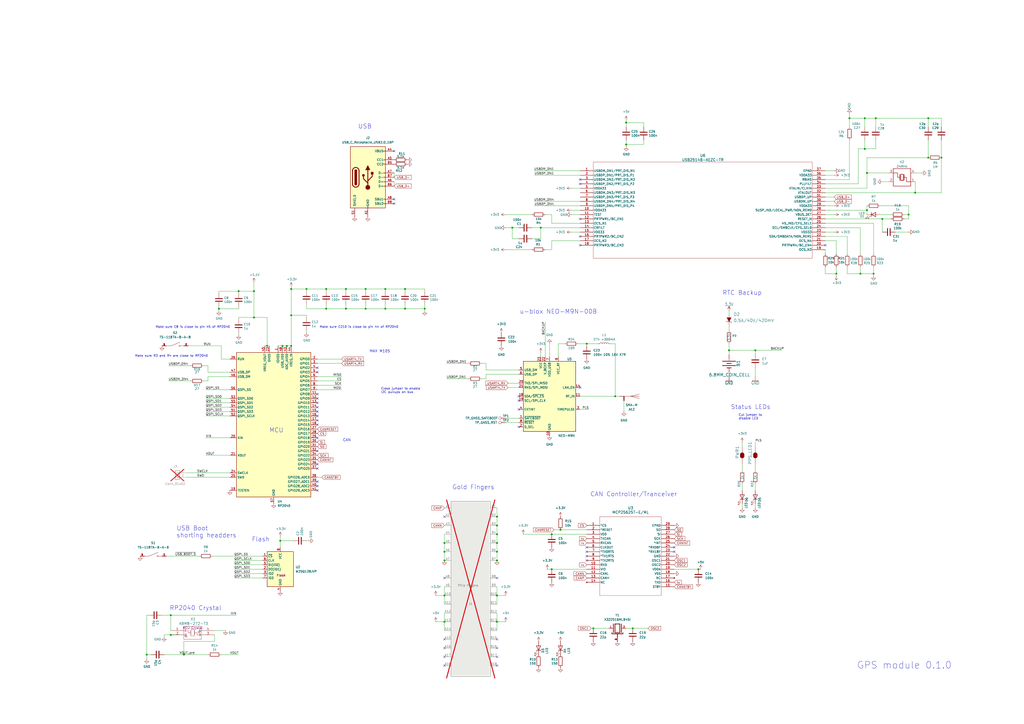
<source format=kicad_sch>
(kicad_sch (version 20231120) (generator "eeschema") (generator_version "8.0")
  (paper "A2")
  (lib_symbols
    (symbol "Connector:Bus_PCI_Express_x1" (pin_names (offset 0) hide)
      (property "Reference" "J1" (at 4.826 -16.002 0))
      (property "info" "PCIe fingers" (at -1.524 -5.588 0))
      (symbol "Bus_PCI_Express_x1_1_1"
        (pin unspecified line (at -15.24 39.37 0) (length 3.81) (name "~{PRSNT1}") (number "A1"))
        (pin passive line (at -15.24 -11.43 0) (length 3.81) (name "+3.3V") (number "A10"))
        (pin input line (at -15.24 -16.51 0) (length 3.81) (name "~{PERST}") (number "A11"))
        (pin passive line (at -15.24 -21.59 0) (length 3.81) (name "GND") (number "A12"))
        (pin input line (at -15.24 -26.67 0) (length 3.81) (name "REFCLK+") (number "A13"))
        (pin input line (at -15.24 -31.75 0) (length 3.81) (name "REFCLK-") (number "A14"))
        (pin passive line (at -15.24 -36.83 0) (length 3.81) (name "GND") (number "A15"))
        (pin output line (at -15.24 -41.91 0) (length 3.81) (name "PERp0") (number "A16"))
        (pin output line (at -15.24 -46.99 0) (length 3.81) (name "PERn0") (number "A17"))
        (pin passive line (at -15.24 -52.07 0) (length 3.81) (name "GND") (number "A18"))
        (pin unspecified line (at -15.24 34.29 0) (length 3.81) (name "+12V") (number "A2"))
        (pin passive line (at -15.24 29.21 0) (length 3.81) (name "+12V") (number "A3"))
        (pin passive line (at -15.24 24.13 0) (length 3.81) (name "GND") (number "A4"))
        (pin input line (at -15.24 19.05 0) (length 3.81) (name "JTAG2") (number "A5"))
        (pin input line (at -15.24 13.97 0) (length 3.81) (name "JTAG3") (number "A6"))
        (pin output line (at -15.24 8.89 0) (length 3.81) (name "JTAG4") (number "A7"))
        (pin input line (at -15.24 -1.27 0) (length 3.81) (name "JTAG5") (number "A8"))
        (pin passive line (at -15.24 -6.35 0) (length 3.81) (name "+3.3V") (number "A9"))
        (pin power_in line (at 15.24 39.37 180) (length 3.81) (name "+12V") (number "B1"))
        (pin power_in line (at 15.24 -11.43 180) (length 3.81) (name "3.3Vaux") (number "B10"))
        (pin open_collector line (at 15.24 -16.51 180) (length 3.81) (name "~{WAKE}") (number "B11"))
        (pin passive line (at 15.24 -21.59 180) (length 3.81) (name "RSVD") (number "B12"))
        (pin passive line (at 15.24 -26.67 180) (length 3.81) (name "GND") (number "B13"))
        (pin input line (at 15.24 -31.75 180) (length 3.81) (name "PETp0") (number "B14"))
        (pin input line (at 15.24 -36.83 180) (length 3.81) (name "PETn0") (number "B15"))
        (pin passive line (at 15.24 -41.91 180) (length 3.81) (name "GND") (number "B16"))
        (pin passive line (at 15.24 -46.99 180) (length 3.81) (name "~{PRSNT2}") (number "B17"))
        (pin passive line (at 15.24 -52.07 180) (length 3.81) (name "GND") (number "B18"))
        (pin passive line (at 15.24 34.29 180) (length 3.81) (name "+12V") (number "B2"))
        (pin passive line (at 15.24 29.21 180) (length 3.81) (name "+12V") (number "B3"))
        (pin power_in line (at 15.24 24.13 180) (length 3.81) (name "GND") (number "B4"))
        (pin input line (at 15.24 19.05 180) (length 3.81) (name "SMCLK") (number "B5"))
        (pin bidirectional line (at 15.24 13.97 180) (length 3.81) (name "SMDAT") (number "B6"))
        (pin passive line (at 15.24 8.89 180) (length 3.81) (name "GND") (number "B7"))
        (pin power_in line (at 15.24 -1.27 180) (length 3.81) (name "+3.3V") (number "B8"))
        (pin input line (at 15.24 -6.35 180) (length 3.81) (name "JTAG1") (number "B9"))
      )
    )
    (symbol "Connector:TestPoint" (pin_numbers hide) (pin_names (offset 0.762) hide)
      (property "Reference" "TP" (at 0 6.858 0))
      (property "Value" "TestPoint" (at 0 5.08 0))
      (symbol "TestPoint_1_1"
        (pin passive line (at 0 0 90) (length 2.54) (name "1") (number "1"))
      )
    )
    (symbol "Connector:USB_C_Receptacle_USB2.0_16P" (pin_names (offset 1.016))
      (property "Reference" "J" (at 0 22.225 0))
      (property "Value" "USB_C_Receptacle_USB2.0_16P" (at 0 19.685 0))
      (symbol "USB_C_Receptacle_USB2.0_16P_1_1"
        (pin passive line (at 0 -22.86 90) (length 5.08) (name "GND") (number "A1"))
        (pin passive line (at 0 -22.86 90) (length 5.08) hide (name "GND") (number "A12"))
        (pin passive line (at 15.24 15.24 180) (length 5.08) (name "VBUS") (number "A4"))
        (pin bidirectional line (at 15.24 10.16 180) (length 5.08) (name "CC1") (number "A5"))
        (pin bidirectional line (at 15.24 -2.54 180) (length 5.08) (name "D+") (number "A6"))
        (pin bidirectional line (at 15.24 2.54 180) (length 5.08) (name "D-") (number "A7"))
        (pin bidirectional line (at 15.24 -12.7 180) (length 5.08) (name "SBU1") (number "A8"))
        (pin passive line (at 15.24 15.24 180) (length 5.08) hide (name "VBUS") (number "A9"))
        (pin passive line (at 0 -22.86 90) (length 5.08) hide (name "GND") (number "B1"))
        (pin passive line (at 0 -22.86 90) (length 5.08) hide (name "GND") (number "B12"))
        (pin passive line (at 15.24 15.24 180) (length 5.08) hide (name "VBUS") (number "B4"))
        (pin bidirectional line (at 15.24 7.62 180) (length 5.08) (name "CC2") (number "B5"))
        (pin bidirectional line (at 15.24 -5.08 180) (length 5.08) (name "D+") (number "B6"))
        (pin bidirectional line (at 15.24 0 180) (length 5.08) (name "D-") (number "B7"))
        (pin bidirectional line (at 15.24 -15.24 180) (length 5.08) (name "SBU2") (number "B8"))
        (pin passive line (at 15.24 15.24 180) (length 5.08) hide (name "VBUS") (number "B9"))
        (pin passive line (at -7.62 -22.86 90) (length 5.08) (name "SHIELD") (number "S1"))
      )
    )
    (symbol "Connector_Generic:Conn_01x02" (pin_names (offset 1.016) hide)
      (property "Reference" "J" (at 0 2.54 0))
      (property "Value" "Conn_01x02" (at 0 -5.08 0))
      (symbol "Conn_01x02_1_1"
        (pin passive line (at -5.08 0 0) (length 3.81) (name "Pin_1") (number "1"))
        (pin passive line (at -5.08 -2.54 0) (length 3.81) (name "Pin_2") (number "2"))
      )
    )
    (symbol "Device:Antenna" (pin_numbers hide) (pin_names (offset 1.016) hide)
      (property "Reference" "AE1" (at 7.62 -1.905 90))
      (property "Value" "SMA-F" (at 5.08 -1.905 90))
      (symbol "Antenna_1_0"
        (pin bidirectional line (at 2.54 -6.35 180) (length 2.54) (name "GND") (number "GND@0"))
        (pin bidirectional line (at 2.54 -6.35 180) (length 2.54) (name "GND") (number "GND@1"))
        (pin bidirectional line (at 2.54 -6.35 180) (length 2.54) (name "GND") (number "GND@2"))
        (pin bidirectional line (at 2.54 -6.35 180) (length 2.54) (name "GND") (number "GND@3"))
        (pin bidirectional line (at 0 -8.89 90) (length 2.54) (name "SIGNAL") (number "SIG"))
      )
    )
    (symbol "Device:C" (pin_numbers hide) (pin_names (offset 0.254))
      (property "Reference" "C" (at 0.635 2.54 0))
      (property "Value" "C" (at 0.635 -2.54 0))
      (symbol "C_1_1"
        (pin passive line (at 0 3.81 270) (length 2.794) (name "~") (number "1"))
        (pin passive line (at 0 -3.81 90) (length 2.794) (name "~") (number "2"))
      )
    )
    (symbol "Device:L" (pin_numbers hide) (pin_names (offset 1.016) hide)
      (property "Reference" "L" (at -1.27 0 90))
      (property "Value" "L" (at 1.905 0 90))
      (symbol "L_1_1"
        (pin passive line (at 0 3.81 270) (length 1.27) (name "1") (number "1"))
        (pin passive line (at 0 -3.81 90) (length 1.27) (name "2") (number "2"))
      )
    )
    (symbol "Device:LED" (pin_numbers hide) (pin_names (offset 1.016) hide)
      (property "Reference" "D" (at 0 2.54 0))
      (property "Value" "LED" (at 0 -2.54 0))
      (symbol "LED_1_1"
        (pin passive line (at -3.81 0 0) (length 2.54) (name "K") (number "1"))
        (pin passive line (at 3.81 0 180) (length 2.54) (name "A") (number "2"))
      )
    )
    (symbol "Device:R" (pin_numbers hide) (pin_names (offset 0))
      (property "Reference" "R" (at 2.032 0 90))
      (property "Value" "R" (at 0 0 90))
      (symbol "R_1_1"
        (pin passive line (at 0 3.81 270) (length 1.27) (name "~") (number "1"))
        (pin passive line (at 0 -3.81 90) (length 1.27) (name "~") (number "2"))
      )
    )
    (symbol "MCP25625:MCP25625T-E_ML" (pin_names (offset 0.254))
      (property "Reference" "U" (at 25.4 10.16 0))
      (property "Value" "MCP25625T-E/ML" (at 25.4 7.62 0))
      (symbol "MCP25625T-E_ML_0_1"
        (pin input line (at 0 0 0) (length 7.62) (name "*CS") (number "1"))
        (pin output line (at 0 -22.86 0) (length 7.62) (name "RXD") (number "10"))
        (pin power_in line (at 0 -25.4 0) (length 7.62) (name "VIO") (number "11"))
        (pin bidirectional line (at 0 -27.94 0) (length 7.62) (name "CANL") (number "12"))
        (pin bidirectional line (at 0 -30.48 0) (length 7.62) (name "CANH") (number "13"))
        (pin no_connect line (at 0 -33.02 0) (length 7.62) (name "NC") (number "14"))
        (pin input line (at 50.8 -35.56 180) (length 7.62) (name "STBY") (number "15"))
        (pin input line (at 50.8 -33.02 180) (length 7.62) (name "TXD") (number "16"))
        (pin no_connect line (at 50.8 -30.48 180) (length 7.62) (name "NC") (number "17"))
        (pin power_in line (at 50.8 -27.94 180) (length 7.62) (name "VSS") (number "18"))
        (pin power_in line (at 50.8 -25.4 180) (length 7.62) (name "VDDA") (number "19"))
        (pin input line (at 0 -2.54 0) (length 7.62) (name "*RESET") (number "2"))
        (pin output line (at 50.8 -22.86 180) (length 7.62) (name "OSC2") (number "20"))
        (pin input line (at 50.8 -20.32 180) (length 7.62) (name "OSC1") (number "21"))
        (pin power_in line (at 50.8 -17.78 180) (length 7.62) (name "GND") (number "22"))
        (pin output line (at 50.8 -15.24 180) (length 7.62) (name "*RX1BF") (number "23"))
        (pin output line (at 50.8 -12.7 180) (length 7.62) (name "*RX0BF") (number "24"))
        (pin output line (at 50.8 -10.16 180) (length 7.62) (name "*INT") (number "25"))
        (pin input line (at 50.8 -7.62 180) (length 7.62) (name "SCK") (number "26"))
        (pin input line (at 50.8 -5.08 180) (length 7.62) (name "SI") (number "27"))
        (pin output line (at 50.8 -2.54 180) (length 7.62) (name "SO") (number "28"))
        (pin unspecified line (at 50.8 0 180) (length 7.62) (name "EPAD") (number "29"))
        (pin power_in line (at 0 -5.08 0) (length 7.62) (name "VDD") (number "3"))
        (pin output line (at 0 -7.62 0) (length 7.62) (name "TXCAN") (number "4"))
        (pin input line (at 0 -10.16 0) (length 7.62) (name "RXCAN") (number "5"))
        (pin output line (at 0 -12.7 0) (length 7.62) (name "CLKOUT") (number "6"))
        (pin input line (at 0 -15.24 0) (length 7.62) (name "*TX0RTS") (number "7"))
        (pin input line (at 0 -17.78 0) (length 7.62) (name "*TX1RTS") (number "8"))
        (pin input line (at 0 -20.32 0) (length 7.62) (name "*TX2RTS") (number "9"))
      )
    )
    (symbol "MCU_RaspberryPi:RP2040"
      (property "Reference" "U" (at 17.78 45.72 0))
      (property "Value" "RP2040" (at 17.78 43.18 0))
      (symbol "RP2040_1_1"
        (pin power_in line (at 2.54 45.72 270) (length 3.81) (name "IOVDD") (number "1"))
        (pin passive line (at 2.54 45.72 270) (length 3.81) hide (name "IOVDD") (number "10"))
        (pin bidirectional line (at 25.4 17.78 180) (length 3.81) (name "GPIO8") (number "11"))
        (pin bidirectional line (at 25.4 15.24 180) (length 3.81) (name "GPIO9") (number "12"))
        (pin bidirectional line (at 25.4 12.7 180) (length 3.81) (name "GPIO10") (number "13"))
        (pin bidirectional line (at 25.4 10.16 180) (length 3.81) (name "GPIO11") (number "14"))
        (pin bidirectional line (at 25.4 7.62 180) (length 3.81) (name "GPIO12") (number "15"))
        (pin bidirectional line (at 25.4 5.08 180) (length 3.81) (name "GPIO13") (number "16"))
        (pin bidirectional line (at 25.4 2.54 180) (length 3.81) (name "GPIO14") (number "17"))
        (pin bidirectional line (at 25.4 0 180) (length 3.81) (name "GPIO15") (number "18"))
        (pin input line (at -25.4 -38.1 0) (length 3.81) (name "TESTEN") (number "19"))
        (pin bidirectional line (at 25.4 38.1 180) (length 3.81) (name "GPIO0") (number "2"))
        (pin input line (at -25.4 -7.62 0) (length 3.81) (name "XIN") (number "20"))
        (pin passive line (at -25.4 -17.78 0) (length 3.81) (name "XOUT") (number "21"))
        (pin passive line (at 2.54 45.72 270) (length 3.81) hide (name "IOVDD") (number "22"))
        (pin power_in line (at -2.54 45.72 270) (length 3.81) (name "DVDD") (number "23"))
        (pin input line (at -25.4 -27.94 0) (length 3.81) (name "SWCLK") (number "24"))
        (pin bidirectional line (at -25.4 -30.48 0) (length 3.81) (name "SWD") (number "25"))
        (pin input line (at -25.4 38.1 0) (length 3.81) (name "RUN") (number "26"))
        (pin bidirectional line (at 25.4 -2.54 180) (length 3.81) (name "GPIO16") (number "27"))
        (pin bidirectional line (at 25.4 -5.08 180) (length 3.81) (name "GPIO17") (number "28"))
        (pin bidirectional line (at 25.4 -7.62 180) (length 3.81) (name "GPIO18") (number "29"))
        (pin bidirectional line (at 25.4 35.56 180) (length 3.81) (name "GPIO1") (number "3"))
        (pin bidirectional line (at 25.4 -10.16 180) (length 3.81) (name "GPIO19") (number "30"))
        (pin bidirectional line (at 25.4 -12.7 180) (length 3.81) (name "GPIO20") (number "31"))
        (pin bidirectional line (at 25.4 -15.24 180) (length 3.81) (name "GPIO21") (number "32"))
        (pin passive line (at 2.54 45.72 270) (length 3.81) hide (name "IOVDD") (number "33"))
        (pin bidirectional line (at 25.4 -17.78 180) (length 3.81) (name "GPIO22") (number "34"))
        (pin bidirectional line (at 25.4 -20.32 180) (length 3.81) (name "GPIO23") (number "35"))
        (pin bidirectional line (at 25.4 -22.86 180) (length 3.81) (name "GPIO24") (number "36"))
        (pin bidirectional line (at 25.4 -25.4 180) (length 3.81) (name "GPIO25") (number "37"))
        (pin bidirectional line (at 25.4 -30.48 180) (length 3.81) (name "GPIO26_ADC0") (number "38"))
        (pin bidirectional line (at 25.4 -33.02 180) (length 3.81) (name "GPIO27_ADC1") (number "39"))
        (pin bidirectional line (at 25.4 33.02 180) (length 3.81) (name "GPIO2") (number "4"))
        (pin bidirectional line (at 25.4 -35.56 180) (length 3.81) (name "GPIO28_ADC2") (number "40"))
        (pin bidirectional line (at 25.4 -38.1 180) (length 3.81) (name "GPIO29_ADC3") (number "41"))
        (pin passive line (at 2.54 45.72 270) (length 3.81) hide (name "IOVDD") (number "42"))
        (pin power_in line (at 7.62 45.72 270) (length 3.81) (name "ADC_AVDD") (number "43"))
        (pin power_in line (at 10.16 45.72 270) (length 3.81) (name "VREG_IN") (number "44"))
        (pin power_out line (at -5.08 45.72 270) (length 3.81) (name "VREG_VOUT") (number "45"))
        (pin bidirectional line (at -25.4 27.94 0) (length 3.81) (name "USB_DM") (number "46"))
        (pin bidirectional line (at -25.4 30.48 0) (length 3.81) (name "USB_DP") (number "47"))
        (pin power_in line (at 5.08 45.72 270) (length 3.81) (name "USB_VDD") (number "48"))
        (pin passive line (at 2.54 45.72 270) (length 3.81) hide (name "IOVDD") (number "49"))
        (pin bidirectional line (at 25.4 30.48 180) (length 3.81) (name "GPIO3") (number "5"))
        (pin passive line (at -2.54 45.72 270) (length 3.81) hide (name "DVDD") (number "50"))
        (pin bidirectional line (at -25.4 7.62 0) (length 3.81) (name "QSPI_SD3") (number "51"))
        (pin output line (at -25.4 5.08 0) (length 3.81) (name "QSPI_SCLK") (number "52"))
        (pin bidirectional line (at -25.4 15.24 0) (length 3.81) (name "QSPI_SD0") (number "53"))
        (pin bidirectional line (at -25.4 10.16 0) (length 3.81) (name "QSPI_SD2") (number "54"))
        (pin bidirectional line (at -25.4 12.7 0) (length 3.81) (name "QSPI_SD1") (number "55"))
        (pin bidirectional line (at -25.4 20.32 0) (length 3.81) (name "QSPI_SS") (number "56"))
        (pin power_in line (at 0 -45.72 90) (length 3.81) (name "GND") (number "57"))
        (pin bidirectional line (at 25.4 27.94 180) (length 3.81) (name "GPIO4") (number "6"))
        (pin bidirectional line (at 25.4 25.4 180) (length 3.81) (name "GPIO5") (number "7"))
        (pin bidirectional line (at 25.4 22.86 180) (length 3.81) (name "GPIO6") (number "8"))
        (pin bidirectional line (at 25.4 20.32 180) (length 3.81) (name "GPIO7") (number "9"))
      )
    )
    (symbol "Memory_Flash:W25Q128JVP"
      (property "Reference" "U" (at -6.35 11.43 0))
      (property "Value" "W25Q128JVP" (at 7.62 11.43 0))
      (symbol "W25Q128JVP_1_1"
        (pin input line (at -10.16 7.62 0) (length 2.54) (name "~{CS}") (number "1"))
        (pin bidirectional line (at -10.16 0 0) (length 2.54) (name "DO(IO1)") (number "2"))
        (pin bidirectional line (at -10.16 -2.54 0) (length 2.54) (name "IO2") (number "3"))
        (pin power_in line (at 0 -12.7 90) (length 2.54) (name "GND") (number "4"))
        (pin bidirectional line (at -10.16 2.54 0) (length 2.54) (name "DI(IO0)") (number "5"))
        (pin input line (at -10.16 5.08 0) (length 2.54) (name "CLK") (number "6"))
        (pin bidirectional line (at -10.16 -5.08 0) (length 2.54) (name "IO3") (number "7"))
        (pin power_in line (at 0 12.7 270) (length 2.54) (name "VCC") (number "8"))
      )
    )
    (symbol "SparkFun u-blox GNSS MAX-M10S-eagle-import:3.3V" (power)
      (symbol "3.3V_1_0"
        (pin power_in line (at 0 0 90) (length 2.54) (name "3.3V") (number "1"))
      )
    )
    (symbol "SparkFun u-blox GNSS MAX-M10S-eagle-import:DIODE-SCHOTTKY-PMEG4005EJ"
      (property "Reference" "D" (at -2.54 2.032 0))
      (symbol "DIODE-SCHOTTKY-PMEG4005EJ_1_0"
        (pin passive line (at -2.54 0 0) (length 0) (name "A") (number "A"))
        (pin passive line (at 2.54 0 180) (length 0) (name "C") (number "C"))
      )
    )
    (symbol "SparkFun u-blox GNSS MAX-M10S-eagle-import:GND" (power)
      (symbol "GND_1_0"
        (pin power_in line (at 0 2.54 270) (length 2.54) (name "GND") (number "1"))
      )
    )
    (symbol "SparkFun u-blox GNSS MAX-M10S-eagle-import:JUMPER-SMT_2_NC_TRACE_SILK"
      (property "Reference" "JP" (at 0 3.048 0))
      (symbol "JUMPER-SMT_2_NC_TRACE_SILK_1_0"
        (pin passive line (at -5.08 0 0) (length 2.54) (name "1") (number "1"))
        (pin passive line (at 5.08 0 180) (length 2.54) (name "2") (number "2"))
      )
    )
    (symbol "SparkFun u-blox GNSS MAX-M10S-eagle-import:ML414H_IV01E_BATTERY"
      (property "Reference" "BT" (at 0 4.318 0))
      (symbol "ML414H_IV01E_BATTERY_1_0"
        (pin power_in line (at -5.08 0 0) (length 2.54) (name "+") (number "+"))
        (pin power_in line (at 5.08 0 180) (length 2.54) (name "-") (number "-"))
      )
    )
    (symbol "TS-1187A-B-A-B:TS-1187A-B-A-B" (pin_names (offset 1.016))
      (property "Reference" "S" (at -2.54 2.54 0))
      (property "Value" "TS-1187A-B-A-B" (at -2.54 -2.54 0))
      (symbol "TS-1187A-B-A-B_0_0"
        (pin passive line (at -7.62 0 0) (length 2.54) (name "~") (number "A"))
        (pin passive line (at -7.62 0 0) (length 2.54) (name "~") (number "B"))
        (pin passive line (at 7.62 0 180) (length 2.54) (name "~") (number "C"))
        (pin passive line (at 7.62 0 180) (length 2.54) (name "~") (number "D"))
      )
    )
    (symbol "X322516MLB4SI:X322516MLB4SI" (pin_names (offset 1.016))
      (property "Reference" "Y" (at -5.08 6.35 0))
      (property "Value" "X322516MLB4SI" (at -5.08 3.81 0))
      (symbol "X322516MLB4SI_0_0"
        (pin passive line (at -5.08 0 0) (length 2.54) (name "~") (number "1"))
        (pin power_in line (at 0 -7.62 90) (length 2.54) (name "~") (number "2"))
        (pin passive line (at 5.08 0 180) (length 2.54) (name "~") (number "3"))
        (pin power_in line (at 0 -7.62 90) (length 2.54) (name "~") (number "4"))
      )
    )
    (symbol "crystal:ABM8-272-T3" (pin_names (offset 0.254))
      (property "Reference" "X" (at 12.7 7.62 0))
      (property "Value" "ABM8-272-T3" (at 12.7 5.08 0))
      (symbol "ABM8-272-T3_0_1"
        (pin unspecified line (at 0 0 0) (length 7.62) (name "1") (number "1"))
        (pin unspecified line (at 0 -2.54 0) (length 7.62) (name "2") (number "2"))
        (pin unspecified line (at 25.4 -2.54 180) (length 7.62) (name "3") (number "3"))
        (pin unspecified line (at 25.4 0 180) (length 7.62) (name "4") (number "4"))
      )
    )
    (symbol "gpsmodule:NEO-M9N"
      (property "Reference" "U" (at -13.97 21.59 0))
      (property "Value" "NEO-M9N" (at 11.43 21.59 0))
      (symbol "NEO-M9N_1_1"
        (pin input line (at -17.78 -12.7 0) (length 2.54) (name "~{SAFEBOOT}") (number "1"))
        (pin power_in line (at 0 -22.86 90) (length 2.54) (name "GND") (number "10"))
        (pin input line (at 17.78 0 180) (length 2.54) (name "RF_IN") (number "11"))
        (pin passive line (at 0 -22.86 90) (length 2.54) hide (name "GND") (number "12"))
        (pin passive line (at 0 -22.86 90) (length 2.54) hide (name "GND") (number "13"))
        (pin output line (at 17.78 5.08 180) (length 2.54) (name "LNA_EN") (number "14"))
        (pin no_connect line (at 15.24 -10.16 180) (length 2.54) hide (name "RESERVED") (number "15"))
        (pin no_connect line (at 15.24 -12.7 180) (length 2.54) hide (name "RESERVED") (number "16"))
        (pin no_connect line (at 15.24 -15.24 180) (length 2.54) hide (name "RESERVED") (number "17"))
        (pin bidirectional line (at -17.78 0 0) (length 2.54) (name "SDA/~{SPI_CS}") (number "18"))
        (pin input line (at -17.78 -2.54 0) (length 2.54) (name "SCL/SPI_CLK") (number "19"))
        (pin input line (at -17.78 -17.78 0) (length 2.54) (name "D_SEL") (number "2"))
        (pin output line (at -17.78 7.62 0) (length 2.54) (name "TXD/SPI_MISO") (number "20"))
        (pin input line (at -17.78 5.08 0) (length 2.54) (name "RXD/SPI_MOSI") (number "21"))
        (pin power_in line (at -2.54 22.86 270) (length 2.54) (name "V_BCKP") (number "22"))
        (pin power_in line (at -5.08 22.86 270) (length 2.54) (name "VCC") (number "23"))
        (pin passive line (at 0 -22.86 90) (length 2.54) hide (name "GND") (number "24"))
        (pin output line (at 17.78 -7.62 180) (length 2.54) (name "TIMEPULSE") (number "3"))
        (pin input line (at -17.78 -7.62 0) (length 2.54) (name "EXTINT") (number "4"))
        (pin bidirectional line (at -17.78 15.24 0) (length 2.54) (name "USB_DM") (number "5"))
        (pin bidirectional line (at -17.78 12.7 0) (length 2.54) (name "USB_DP") (number "6"))
        (pin power_in line (at 0 22.86 270) (length 2.54) (name "VDD_USB") (number "7"))
        (pin input line (at -17.78 -15.24 0) (length 2.54) (name "~{RESET}") (number "8"))
        (pin power_out line (at 5.08 22.86 270) (length 2.54) (name "VCC_RF") (number "9"))
      )
    )
    (symbol "gpsmodule:USB2514B-AEZC-TR" (pin_names (offset 0.254))
      (property "Reference" "U" (at 71.12 10.16 0))
      (property "Value" "USB2514B-AEZC-TR" (at 71.12 7.62 0))
      (symbol "USB2514B-AEZC-TR_0_1"
        (pin bidirectional line (at 0 0 0) (length 7.62) (name "USBDM_DN1/PRT_DIS_M1") (number "1"))
        (pin power_in line (at 0 -22.86 0) (length 7.62) (name "VDDA33") (number "10"))
        (pin bidirectional line (at 0 -25.4 0) (length 7.62) (name "TEST") (number "11"))
        (pin bidirectional line (at 0 -27.94 0) (length 7.62) (name "PRTPWR1/BC_EN1") (number "12"))
        (pin bidirectional line (at 0 -30.48 0) (length 7.62) (name "OCS_N1") (number "13"))
        (pin bidirectional line (at 0 -33.02 0) (length 7.62) (name "CRFILT") (number "14"))
        (pin power_in line (at 0 -35.56 0) (length 7.62) (name "VDD33") (number "15"))
        (pin bidirectional line (at 0 -38.1 0) (length 7.62) (name "PRTPWR2/BC_EN2") (number "16"))
        (pin bidirectional line (at 0 -40.64 0) (length 7.62) (name "OCS_N2") (number "17"))
        (pin bidirectional line (at 0 -43.18 0) (length 7.62) (name "PRTPWR3/BC_EN3") (number "18"))
        (pin bidirectional line (at 142.24 -45.72 180) (length 7.62) (name "OCS_N3") (number "19"))
        (pin bidirectional line (at 0 -2.54 0) (length 7.62) (name "USBDP_DN1/PRT_DIS_P1") (number "2"))
        (pin bidirectional line (at 142.24 -43.18 180) (length 7.62) (name "PRTPWR4/BC_EN4") (number "20"))
        (pin bidirectional line (at 142.24 -40.64 180) (length 7.62) (name "OCS_N4") (number "21"))
        (pin bidirectional line (at 142.24 -38.1 180) (length 7.62) (name "SDA/SMBDATA/NON_REM1") (number "22"))
        (pin power_in line (at 142.24 -35.56 180) (length 7.62) (name "VDD33") (number "23"))
        (pin bidirectional line (at 142.24 -33.02 180) (length 7.62) (name "SCL/SMBCLK/CFG_SEL0") (number "24"))
        (pin bidirectional line (at 142.24 -30.48 180) (length 7.62) (name "HS_IND/CFG_SEL1") (number "25"))
        (pin bidirectional line (at 142.24 -27.94 180) (length 7.62) (name "RESET_N") (number "26"))
        (pin bidirectional line (at 142.24 -25.4 180) (length 7.62) (name "VBUS_DET") (number "27"))
        (pin bidirectional line (at 142.24 -22.86 180) (length 7.62) (name "SUSP_IND/LOCAL_PWR/NON_REM0") (number "28"))
        (pin power_in line (at 142.24 -20.32 180) (length 7.62) (name "VDDA33") (number "29"))
        (pin bidirectional line (at 0 -5.08 0) (length 7.62) (name "USBDM_DN2/PRT_DIS_M2") (number "3"))
        (pin bidirectional line (at 142.24 -17.78 180) (length 7.62) (name "USBDM_UP") (number "30"))
        (pin bidirectional line (at 142.24 -15.24 180) (length 7.62) (name "USBDP_UP") (number "31"))
        (pin output line (at 142.24 -12.7 180) (length 7.62) (name "XTALOUT") (number "32"))
        (pin input line (at 142.24 -10.16 180) (length 7.62) (name "XTALIN/CLKIN") (number "33"))
        (pin bidirectional line (at 142.24 -7.62 180) (length 7.62) (name "PLLFILT") (number "34"))
        (pin bidirectional line (at 142.24 -5.08 180) (length 7.62) (name "RBIAS") (number "35"))
        (pin power_in line (at 142.24 -2.54 180) (length 7.62) (name "VDDA33") (number "36"))
        (pin unspecified line (at 142.24 0 180) (length 7.62) (name "EPAD") (number "37"))
        (pin bidirectional line (at 0 -7.62 0) (length 7.62) (name "USBDP_DN2/PRT_DIS_P2") (number "4"))
        (pin power_in line (at 0 -10.16 0) (length 7.62) (name "VDDA33") (number "5"))
        (pin bidirectional line (at 0 -12.7 0) (length 7.62) (name "USBDM_DN3/PRT_DIS_M3") (number "6"))
        (pin bidirectional line (at 0 -15.24 0) (length 7.62) (name "USBDP_DN3/PRT_DIS_P3") (number "7"))
        (pin bidirectional line (at 0 -17.78 0) (length 7.62) (name "USBDM_DN4/PRT_DIS_M4") (number "8"))
        (pin bidirectional line (at 0 -20.32 0) (length 7.62) (name "USBDP_DN4/PRT_DIS_P4") (number "9"))
      )
    )
    (symbol "gpsmodule:X322524MOB4SI"
      (property "Reference" "X?" (at 0 0 0))
      (property "Value" "24MHz" (at 0 0 0))
      (symbol "X322524MOB4SI_1_0"
        (pin passive line (at -7.62 -2.54 0) (length 2.54) (name "OSC1") (number "1"))
        (pin passive line (at 7.62 -2.54 180) (length 2.54) (name "GND") (number "2"))
        (pin passive line (at 7.62 2.54 180) (length 2.54) (name "OSC2") (number "3"))
        (pin passive line (at -7.62 2.54 0) (length 2.54) (name "GND") (number "4"))
      )
    )
    (symbol "power:+1V1" (power) (pin_names (offset 0))
      (property "Value" "+1V1" (at 0 3.556 0))
      (symbol "+1V1_1_1"
        (pin power_in line (at 0 0 90) (length 0) hide (name "+1V1") (number "1"))
      )
    )
    (symbol "power:+3.3V" (power) (pin_numbers hide) (pin_names (offset 0) hide)
      (property "Value" "+3.3V" (at 0 3.556 0))
      (symbol "+3.3V_1_1"
        (pin power_in line (at 0 0 90) (length 0) (name "~") (number "1"))
      )
    )
    (symbol "power:+3V3" (power) (pin_numbers hide) (pin_names (offset 0) hide)
      (property "Value" "+3V3" (at 0 3.556 0))
      (symbol "+3V3_1_1"
        (pin power_in line (at 0 0 90) (length 0) (name "~") (number "1"))
      )
    )
    (symbol "power:+5V" (power) (pin_numbers hide) (pin_names (offset 0) hide)
      (property "Value" "+5V" (at 0 3.556 0))
      (symbol "+5V_1_1"
        (pin power_in line (at 0 0 90) (length 0) (name "~") (number "1"))
      )
    )
    (symbol "power:GND" (power) (pin_numbers hide) (pin_names (offset 0) hide)
      (property "Value" "GND" (at 0 -3.81 0))
      (symbol "GND_1_1"
        (pin power_in line (at 0 0 270) (length 0) (name "~") (number "1"))
      )
    )
    (symbol "power:VAA" (power) (pin_numbers hide) (pin_names (offset 0) hide)
      (property "Value" "VAA" (at 0 3.556 0))
      (symbol "VAA_1_1"
        (pin power_in line (at 0 0 90) (length 0) (name "~") (number "1"))
      )
    )
  )
  (junction (at 147.32 184.15))
  (junction (at 163.83 200.66))
  (junction (at 546.1 91.44))
  (junction (at 127 179.07))
  (junction (at 99.06 368.3))
  (junction (at 257.81 345.44))
  (junction (at 511.81 127))
  (junction (at 246.38 179.07))
  (junction (at 405.13 330.2))
  (junction (at 288.29 360.68))
  (junction (at 257.81 314.96))
  (junction (at 212.09 179.07))
  (junction (at 200.66 167.64))
  (junction (at 363.22 71.12))
  (junction (at 85.09 379.73))
  (junction (at 257.81 320.04))
  (junction (at 501.65 86.36))
  (junction (at 538.48 68.58))
  (junction (at 177.8 167.64))
  (junction (at 106.68 379.73))
  (junction (at 485.14 158.75))
  (junction (at 344.17 364.49))
  (junction (at 200.66 179.07))
  (junction (at 154.94 200.66))
  (junction (at 313.69 132.08))
  (junction (at 288.29 304.8))
  (junction (at 288.29 309.88))
  (junction (at 189.23 179.07))
  (junction (at 422.91 203.2))
  (junction (at 499.11 158.75))
  (junction (at 162.56 313.69))
  (junction (at 492.76 68.58))
  (junction (at 297.18 132.08))
  (junction (at 288.29 320.04))
  (junction (at 147.32 168.91))
  (junction (at 223.52 179.07))
  (junction (at 212.09 167.64))
  (junction (at 168.91 200.66))
  (junction (at 527.05 124.46))
  (junction (at 530.86 111.76))
  (junction (at 189.23 167.64))
  (junction (at 99.06 356.87))
  (junction (at 367.03 364.49))
  (junction (at 506.73 158.75))
  (junction (at 288.29 314.96))
  (junction (at 501.65 68.58))
  (junction (at 320.04 330.2))
  (junction (at 340.36 199.39))
  (junction (at 320.04 309.88))
  (junction (at 168.91 182.88))
  (junction (at 288.29 345.44))
  (junction (at 363.22 83.82))
  (junction (at 257.81 325.12))
  (junction (at 234.95 167.64))
  (junction (at 168.91 167.64))
  (junction (at 257.81 360.68))
  (junction (at 438.15 203.2))
  (junction (at 166.37 200.66))
  (junction (at 356.87 229.87))
  (junction (at 325.12 307.34))
  (junction (at 288.29 325.12))
  (junction (at 508 68.58))
  (junction (at 234.95 179.07))
  (junction (at 138.43 168.91))
  (junction (at 538.48 91.44))
  (junction (at 502.92 100.33))
  (junction (at 223.52 167.64))
  (junction (at 502.92 121.92))
  (junction (at 288.29 299.72))
  (no_connect (at 184.15 228.6))
  (no_connect (at 184.15 243.84))
  (no_connect (at 336.55 104.14))
  (no_connect (at 257.81 375.92))
  (no_connect (at 340.36 317.5))
  (no_connect (at 336.55 224.79))
  (no_connect (at 184.15 284.48))
  (no_connect (at 340.36 325.12))
  (no_connect (at 288.29 335.28))
  (no_connect (at 184.15 233.68))
  (no_connect (at 184.15 213.36))
  (no_connect (at 300.99 237.49))
  (no_connect (at 184.15 241.3))
  (no_connect (at 478.79 142.24))
  (no_connect (at 336.55 106.68))
  (no_connect (at 288.29 386.08))
  (no_connect (at 184.15 236.22))
  (no_connect (at 257.81 386.08))
  (no_connect (at 257.81 335.28))
  (no_connect (at 288.29 381))
  (no_connect (at 336.55 137.16))
  (no_connect (at 257.81 381))
  (no_connect (at 257.81 299.72))
  (no_connect (at 340.36 320.04))
  (no_connect (at 184.15 246.38))
  (no_connect (at 340.36 322.58))
  (no_connect (at 391.16 320.04))
  (no_connect (at 257.81 370.84))
  (no_connect (at 184.15 279.4))
  (no_connect (at 336.55 142.24))
  (no_connect (at 184.15 271.78))
  (no_connect (at 391.16 317.5))
  (no_connect (at 184.15 281.94))
  (no_connect (at 288.29 375.92))
  (no_connect (at 300.99 229.87))
  (no_connect (at 300.99 247.65))
  (no_connect (at 228.6 118.11))
  (no_connect (at 184.15 254))
  (no_connect (at 300.99 232.41))
  (no_connect (at 184.15 261.62))
  (no_connect (at 228.6 115.57))
  (no_connect (at 184.15 238.76))
  (no_connect (at 228.6 87.63))
  (no_connect (at 184.15 231.14))
  (no_connect (at 184.15 269.24))
  (no_connect (at 288.29 370.84))
  (no_connect (at 336.55 127))
  (no_connect (at 184.15 215.9))
  (wire (pts (xy 184.15 208.28) (xy 198.12 208.28)))
  (wire (pts (xy 508 68.58) (xy 538.48 68.58)))
  (wire (pts (xy 161.29 200.66) (xy 163.83 200.66)))
  (wire (pts (xy 438.15 271.78) (xy 438.15 273.05)))
  (wire (pts (xy 502.92 121.92) (xy 478.79 121.92)))
  (wire (pts (xy 162.56 313.69) (xy 162.56 317.5)))
  (wire (pts (xy 491.49 137.16) (xy 491.49 147.32)))
  (wire (pts (xy 534.67 100.33) (xy 530.86 100.33)))
  (wire (pts (xy 538.48 91.44) (xy 502.92 91.44)))
  (wire (pts (xy 438.15 292.1) (xy 438.15 294.64)) (stroke (width 0.1524)))
  (wire (pts (xy 184.15 220.98) (xy 198.12 220.98)))
  (wire (pts (xy 93.98 356.87) (xy 99.06 356.87)))
  (wire (pts (xy 177.8 168.91) (xy 177.8 167.64)))
  (wire (pts (xy 524.51 127) (xy 527.05 127)))
  (wire (pts (xy 252.73 360.68) (xy 257.81 360.68)))
  (wire (pts (xy 363.22 71.12) (xy 373.38 71.12)))
  (wire (pts (xy 127 179.07) (xy 127 180.34)))
  (wire (pts (xy 259.08 219.71) (xy 271.78 219.71)))
  (wire (pts (xy 508 86.36) (xy 501.65 86.36)))
  (wire (pts (xy 524.51 124.46) (xy 527.05 124.46)))
  (wire (pts (xy 252.73 345.44) (xy 257.81 345.44)))
  (wire (pts (xy 478.79 119.38) (xy 483.87 119.38)))
  (wire (pts (xy 234.95 167.64) (xy 246.38 167.64)))
  (wire (pts (xy 331.47 121.92) (xy 336.55 121.92)))
  (wire (pts (xy 297.18 132.08) (xy 300.99 132.08)))
  (wire (pts (xy 527.05 119.38) (xy 527.05 124.46)))
  (wire (pts (xy 492.76 68.58) (xy 501.65 68.58)))
  (wire (pts (xy 361.95 238.76) (xy 361.95 232.41)))
  (wire (pts (xy 309.88 99.06) (xy 336.55 99.06)))
  (wire (pts (xy 478.79 109.22) (xy 502.92 109.22)))
  (wire (pts (xy 485.14 160.02) (xy 485.14 158.75)))
  (wire (pts (xy 293.37 144.78) (xy 308.61 144.78)))
  (wire (pts (xy 538.48 81.28) (xy 538.48 91.44)))
  (wire (pts (xy 257.81 309.88) (xy 257.81 314.96)))
  (wire (pts (xy 340.36 199.39) (xy 346.71 199.39)))
  (wire (pts (xy 309.88 101.6) (xy 336.55 101.6)))
  (wire (pts (xy 95.25 379.73) (xy 106.68 379.73)))
  (wire (pts (xy 138.43 185.42) (xy 138.43 184.15)))
  (wire (pts (xy 527.05 119.38) (xy 510.54 119.38)))
  (wire (pts (xy 373.38 71.12) (xy 373.38 73.66)))
  (wire (pts (xy 422.91 187.96) (xy 422.91 191.77)) (stroke (width 0.1524)))
  (wire (pts (xy 168.91 182.88) (xy 177.8 182.88)))
  (wire (pts (xy 363.22 364.49) (xy 367.03 364.49)))
  (wire (pts (xy 288.29 360.68) (xy 288.29 365.76)))
  (wire (pts (xy 506.73 154.94) (xy 506.73 158.75)))
  (wire (pts (xy 152.4 332.74) (xy 135.89 332.74)))
  (wire (pts (xy 515.62 105.41) (xy 511.81 105.41)))
  (wire (pts (xy 138.43 184.15) (xy 147.32 184.15)))
  (wire (pts (xy 177.8 176.53) (xy 177.8 179.07)))
  (wire (pts (xy 336.55 139.7) (xy 320.04 139.7)))
  (wire (pts (xy 246.38 168.91) (xy 246.38 167.64)))
  (wire (pts (xy 499.11 132.08) (xy 499.11 147.32)))
  (wire (pts (xy 478.79 111.76) (xy 530.86 111.76)))
  (wire (pts (xy 516.89 124.46) (xy 510.54 124.46)))
  (wire (pts (xy 147.32 163.83) (xy 147.32 168.91)))
  (wire (pts (xy 438.15 280.67) (xy 438.15 281.94)))
  (wire (pts (xy 257.81 360.68) (xy 257.81 365.76)))
  (wire (pts (xy 320.04 129.54) (xy 336.55 129.54)))
  (wire (pts (xy 118.11 220.98) (xy 120.65 220.98)))
  (wire (pts (xy 288.29 299.72) (xy 288.29 304.8)))
  (wire (pts (xy 363.22 71.12) (xy 363.22 73.66)))
  (wire (pts (xy 430.53 294.64) (xy 430.53 292.1)) (stroke (width 0.1524)))
  (wire (pts (xy 511.81 127) (xy 478.79 127)))
  (wire (pts (xy 234.95 179.07) (xy 246.38 179.07)))
  (wire (pts (xy 320.04 144.78) (xy 316.23 144.78)))
  (wire (pts (xy 501.65 73.66) (xy 501.65 68.58)))
  (wire (pts (xy 119.38 231.14) (xy 133.35 231.14)))
  (wire (pts (xy 200.66 176.53) (xy 200.66 179.07)))
  (wire (pts (xy 293.37 245.11) (xy 300.99 245.11)))
  (wire (pts (xy 478.79 104.14) (xy 492.76 104.14)))
  (wire (pts (xy 294.64 224.79) (xy 300.99 224.79)))
  (wire (pts (xy 331.47 124.46) (xy 336.55 124.46)))
  (wire (pts (xy 309.88 116.84) (xy 336.55 116.84)))
  (wire (pts (xy 438.15 259.08) (xy 438.15 256.54)) (stroke (width 0.1524)))
  (wire (pts (xy 138.43 193.04) (xy 138.43 194.31)))
  (wire (pts (xy 430.53 271.78) (xy 430.53 273.05)))
  (wire (pts (xy 538.48 68.58) (xy 538.48 73.66)))
  (wire (pts (xy 492.76 66.04) (xy 492.76 68.58)))
  (wire (pts (xy 200.66 179.07) (xy 189.23 179.07)))
  (wire (pts (xy 308.61 138.43) (xy 313.69 138.43)))
  (wire (pts (xy 356.87 229.87) (xy 359.41 229.87)))
  (wire (pts (xy 154.94 200.66) (xy 156.21 200.66)))
  (wire (pts (xy 422.91 199.39) (xy 422.91 200.66)))
  (wire (pts (xy 327.66 199.39) (xy 323.85 199.39)))
  (wire (pts (xy 478.79 158.75) (xy 485.14 158.75)))
  (wire (pts (xy 491.49 154.94) (xy 491.49 158.75)))
  (wire (pts (xy 438.15 213.36) (xy 438.15 218.44)) (stroke (width 0.1524)))
  (wire (pts (xy 511.81 127) (xy 511.81 134.62)))
  (wire (pts (xy 124.46 372.11) (xy 106.68 372.11)))
  (wire (pts (xy 288.29 360.68) (xy 288.29 355.6)))
  (wire (pts (xy 177.8 313.69) (xy 179.07 313.69)))
  (wire (pts (xy 97.79 212.09) (xy 110.49 212.09)))
  (wire (pts (xy 506.73 160.02) (xy 506.73 158.75)))
  (wire (pts (xy 107.95 274.32) (xy 133.35 274.32)))
  (wire (pts (xy 478.79 137.16) (xy 491.49 137.16)))
  (wire (pts (xy 430.53 259.08) (xy 430.53 256.54)) (stroke (width 0.1524)))
  (wire (pts (xy 163.83 200.66) (xy 166.37 200.66)))
  (wire (pts (xy 99.06 356.87) (xy 137.16 356.87)))
  (wire (pts (xy 478.79 144.78) (xy 478.79 147.32)))
  (wire (pts (xy 336.55 237.49) (xy 341.63 237.49)))
  (wire (pts (xy 430.53 280.67) (xy 430.53 281.94)))
  (wire (pts (xy 501.65 86.36) (xy 497.84 86.36)))
  (wire (pts (xy 308.61 132.08) (xy 313.69 132.08)))
  (wire (pts (xy 184.15 223.52) (xy 198.12 223.52)))
  (wire (pts (xy 502.92 119.38) (xy 502.92 121.92)))
  (wire (pts (xy 502.92 100.33) (xy 502.92 109.22)))
  (wire (pts (xy 133.35 226.06) (xy 119.38 226.06)))
  (wire (pts (xy 281.94 217.17) (xy 300.99 217.17)))
  (wire (pts (xy 228.6 102.87) (xy 228.6 100.33)))
  (wire (pts (xy 538.48 68.58) (xy 546.1 68.58)))
  (wire (pts (xy 223.52 168.91) (xy 223.52 167.64)))
  (wire (pts (xy 177.8 184.15) (xy 177.8 182.88)))
  (wire (pts (xy 234.95 179.07) (xy 223.52 179.07)))
  (wire (pts (xy 177.8 191.77) (xy 177.8 193.04)))
  (wire (pts (xy 85.09 356.87) (xy 86.36 356.87)))
  (wire (pts (xy 257.81 345.44) (xy 257.81 340.36)))
  (wire (pts (xy 120.65 218.44) (xy 133.35 218.44)))
  (wire (pts (xy 422.91 180.34) (xy 422.91 182.88)) (stroke (width 0.1524)))
  (wire (pts (xy 405.13 330.2) (xy 406.4 330.2)))
  (wire (pts (xy 279.4 210.82) (xy 281.94 210.82)))
  (wire (pts (xy 499.11 154.94) (xy 499.11 158.75)))
  (wire (pts (xy 147.32 184.15) (xy 154.94 184.15)))
  (wire (pts (xy 478.79 132.08) (xy 499.11 132.08)))
  (wire (pts (xy 162.56 313.69) (xy 170.18 313.69)))
  (wire (pts (xy 363.22 81.28) (xy 363.22 83.82)))
  (wire (pts (xy 168.91 167.64) (xy 168.91 182.88)))
  (wire (pts (xy 135.89 325.12) (xy 152.4 325.12)))
  (wire (pts (xy 166.37 200.66) (xy 168.91 200.66)))
  (wire (pts (xy 515.62 100.33) (xy 502.92 100.33)))
  (wire (pts (xy 363.22 69.85) (xy 363.22 71.12)))
  (wire (pts (xy 323.85 199.39) (xy 323.85 207.01)))
  (wire (pts (xy 128.27 379.73) (xy 138.43 379.73)))
  (wire (pts (xy 124.46 368.3) (xy 124.46 372.11)))
  (wire (pts (xy 128.27 208.28) (xy 128.27 200.66)))
  (wire (pts (xy 430.53 269.24) (xy 430.53 271.78)) (stroke (width 0.1524)))
  (wire (pts (xy 546.1 91.44) (xy 546.1 111.76)))
  (wire (pts (xy 527.05 127) (xy 527.05 124.46)))
  (wire (pts (xy 234.95 176.53) (xy 234.95 179.07)))
  (wire (pts (xy 422.91 200.66) (xy 422.91 203.2)) (stroke (width 0.1524)))
  (wire (pts (xy 478.79 154.94) (xy 478.79 158.75)))
  (wire (pts (xy 478.79 106.68) (xy 497.84 106.68)))
  (wire (pts (xy 119.38 233.68) (xy 133.35 233.68)))
  (wire (pts (xy 119.38 236.22) (xy 133.35 236.22)))
  (wire (pts (xy 133.35 208.28) (xy 128.27 208.28)))
  (wire (pts (xy 294.64 222.25) (xy 300.99 222.25)))
  (wire (pts (xy 127 177.8) (xy 127 179.07)))
  (wire (pts (xy 138.43 170.18) (xy 138.43 168.91)))
  (wire (pts (xy 99.06 368.3) (xy 104.14 368.3)))
  (wire (pts (xy 184.15 218.44) (xy 198.12 218.44)))
  (wire (pts (xy 320.04 124.46) (xy 316.23 124.46)))
  (wire (pts (xy 331.47 109.22) (xy 336.55 109.22)))
  (wire (pts (xy 492.76 68.58) (xy 492.76 73.66)))
  (wire (pts (xy 546.1 81.28) (xy 546.1 91.44)))
  (wire (pts (xy 293.37 242.57) (xy 300.99 242.57)))
  (wire (pts (xy 279.4 219.71) (xy 281.94 219.71)))
  (wire (pts (xy 438.15 203.2) (xy 453.39 203.2)) (stroke (width 0.1524)))
  (wire (pts (xy 107.95 276.86) (xy 133.35 276.86)))
  (wire (pts (xy 257.81 314.96) (xy 257.81 320.04)))
  (wire (pts (xy 152.4 327.66) (xy 135.89 327.66)))
  (wire (pts (xy 246.38 179.07) (xy 246.38 180.34)))
  (wire (pts (xy 320.04 309.88) (xy 340.36 309.88)))
  (wire (pts (xy 478.79 124.46) (xy 483.87 124.46)))
  (wire (pts (xy 168.91 166.37) (xy 168.91 167.64)))
  (wire (pts (xy 288.29 309.88) (xy 288.29 314.96)))
  (wire (pts (xy 127 179.07) (xy 138.43 179.07)))
  (wire (pts (xy 259.08 210.82) (xy 271.78 210.82)))
  (wire (pts (xy 85.09 379.73) (xy 85.09 382.27)))
  (wire (pts (xy 530.86 105.41) (xy 530.86 111.76)))
  (wire (pts (xy 234.95 168.91) (xy 234.95 167.64)))
  (wire (pts (xy 95.25 368.3) (xy 95.25 369.57)))
  (wire (pts (xy 228.6 105.41) (xy 228.6 107.95)))
  (wire (pts (xy 313.69 132.08) (xy 313.69 138.43)))
  (wire (pts (xy 85.09 356.87) (xy 85.09 379.73)))
  (wire (pts (xy 485.14 154.94) (xy 485.14 158.75)))
  (wire (pts (xy 168.91 167.64) (xy 177.8 167.64)))
  (wire (pts (xy 168.91 182.88) (xy 168.91 200.66)))
  (wire (pts (xy 120.65 215.9) (xy 133.35 215.9)))
  (wire (pts (xy 438.15 269.24) (xy 438.15 271.78)) (stroke (width 0.1524)))
  (wire (pts (xy 309.88 119.38) (xy 336.55 119.38)))
  (wire (pts (xy 293.37 124.46) (xy 308.61 124.46)))
  (wire (pts (xy 120.65 220.98) (xy 120.65 218.44)))
  (wire (pts (xy 501.65 68.58) (xy 508 68.58)))
  (wire (pts (xy 288.29 345.44) (xy 288.29 350.52)))
  (wire (pts (xy 478.79 139.7) (xy 485.14 139.7)))
  (wire (pts (xy 516.89 127) (xy 511.81 127)))
  (wire (pts (xy 483.87 101.6) (xy 478.79 101.6)))
  (wire (pts (xy 546.1 111.76) (xy 530.86 111.76)))
  (wire (pts (xy 246.38 176.53) (xy 246.38 179.07)))
  (wire (pts (xy 336.55 229.87) (xy 356.87 229.87)))
  (wire (pts (xy 320.04 139.7) (xy 320.04 144.78)))
  (wire (pts (xy 293.37 132.08) (xy 297.18 132.08)))
  (wire (pts (xy 153.67 200.66) (xy 154.94 200.66)))
  (wire (pts (xy 133.35 241.3) (xy 119.38 241.3)))
  (wire (pts (xy 212.09 179.07) (xy 200.66 179.07)))
  (wire (pts (xy 288.29 320.04) (xy 288.29 325.12)))
  (wire (pts (xy 321.31 307.34) (xy 325.12 307.34)))
  (wire (pts (xy 189.23 167.64) (xy 200.66 167.64)))
  (wire (pts (xy 124.46 365.76) (xy 130.81 365.76)))
  (wire (pts (xy 363.22 83.82) (xy 373.38 83.82)))
  (wire (pts (xy 281.94 214.63) (xy 300.99 214.63)))
  (wire (pts (xy 200.66 167.64) (xy 212.09 167.64)))
  (wire (pts (xy 138.43 168.91) (xy 147.32 168.91)))
  (wire (pts (xy 478.79 129.54) (xy 506.73 129.54)))
  (wire (pts (xy 508 81.28) (xy 508 86.36)))
  (wire (pts (xy 128.27 200.66) (xy 109.22 200.66)))
  (wire (pts (xy 499.11 158.75) (xy 506.73 158.75)))
  (wire (pts (xy 119.38 238.76) (xy 133.35 238.76)))
  (wire (pts (xy 257.81 345.44) (xy 257.81 350.52)))
  (wire (pts (xy 95.25 368.3) (xy 99.06 368.3)))
  (wire (pts (xy 297.18 138.43) (xy 300.99 138.43)))
  (wire (pts (xy 106.68 372.11) (xy 106.68 379.73)))
  (wire (pts (xy 162.56 311.15) (xy 162.56 313.69)))
  (wire (pts (xy 367.03 364.49) (xy 375.92 364.49)))
  (wire (pts (xy 87.63 379.73) (xy 85.09 379.73)))
  (wire (pts (xy 340.36 199.39) (xy 340.36 200.66)))
  (wire (pts (xy 281.94 210.82) (xy 281.94 214.63)))
  (wire (pts (xy 152.4 330.2) (xy 135.89 330.2)))
  (wire (pts (xy 288.29 314.96) (xy 288.29 320.04)))
  (wire (pts (xy 106.68 379.73) (xy 120.65 379.73)))
  (wire (pts (xy 492.76 81.28) (xy 492.76 104.14)))
  (wire (pts (xy 99.06 356.87) (xy 99.06 365.76)))
  (wire (pts (xy 127 168.91) (xy 138.43 168.91)))
  (wire (pts (xy 281.94 219.71) (xy 281.94 217.17)))
  (wire (pts (xy 147.32 168.91) (xy 147.32 184.15)))
  (wire (pts (xy 506.73 129.54) (xy 506.73 147.32)))
  (wire (pts (xy 212.09 168.91) (xy 212.09 167.64)))
  (wire (pts (xy 184.15 226.06) (xy 198.12 226.06)))
  (wire (pts (xy 320.04 330.2) (xy 340.36 330.2)))
  (wire (pts (xy 502.92 100.33) (xy 502.92 91.44)))
  (wire (pts (xy 184.15 210.82) (xy 198.12 210.82)))
  (wire (pts (xy 438.15 203.2) (xy 438.15 205.74)) (stroke (width 0.1524)))
  (wire (pts (xy 293.37 360.68) (xy 288.29 360.68)))
  (wire (pts (xy 316.23 186.69) (xy 316.23 207.01)))
  (wire (pts (xy 478.79 134.62) (xy 483.87 134.62)))
  (wire (pts (xy 297.18 132.08) (xy 297.18 138.43)))
  (wire (pts (xy 527.05 134.62) (xy 519.43 134.62)))
  (wire (pts (xy 478.79 114.3) (xy 483.87 114.3)))
  (wire (pts (xy 257.81 360.68) (xy 257.81 355.6)))
  (wire (pts (xy 152.4 335.28) (xy 135.89 335.28)))
  (wire (pts (xy 502.92 121.92) (xy 502.92 124.46)))
  (wire (pts (xy 508 68.58) (xy 508 73.66)))
  (wire (pts (xy 123.19 322.58) (xy 152.4 322.58)))
  (wire (pts (xy 127 170.18) (xy 127 168.91)))
  (wire (pts (xy 485.14 139.7) (xy 485.14 147.32)))
  (wire (pts (xy 546.1 68.58) (xy 546.1 73.66)))
  (wire (pts (xy 118.11 212.09) (xy 120.65 212.09)))
  (wire (pts (xy 391.16 330.2) (xy 405.13 330.2)))
  (wire (pts (xy 212.09 176.53) (xy 212.09 179.07)))
  (wire (pts (xy 356.87 199.39) (xy 356.87 229.87)))
  (wire (pts (xy 154.94 184.15) (xy 154.94 200.66)))
  (wire (pts (xy 186.69 276.86) (xy 184.15 276.86)))
  (wire (pts (xy 501.65 81.28) (xy 501.65 86.36)))
  (wire (pts (xy 303.53 309.88) (xy 320.04 309.88)))
  (wire (pts (xy 138.43 179.07) (xy 138.43 177.8)))
  (wire (pts (xy 430.53 284.48) (xy 430.53 281.94)) (stroke (width 0.1524)))
  (wire (pts (xy 223.52 167.64) (xy 234.95 167.64)))
  (wire (pts (xy 200.66 168.91) (xy 200.66 167.64)))
  (wire (pts (xy 288.29 294.64) (xy 288.29 299.72)))
  (wire (pts (xy 342.9 364.49) (xy 344.17 364.49)))
  (wire (pts (xy 189.23 168.91) (xy 189.23 167.64)))
  (wire (pts (xy 438.15 281.94) (xy 438.15 284.48)) (stroke (width 0.1524)))
  (wire (pts (xy 288.29 304.8) (xy 288.29 309.88)))
  (wire (pts (xy 223.52 176.53) (xy 223.52 179.07)))
  (wire (pts (xy 422.91 203.2) (xy 422.91 205.74)) (stroke (width 0.1524)))
  (wire (pts (xy 317.5 330.2) (xy 320.04 330.2)))
  (wire (pts (xy 288.29 345.44) (xy 288.29 340.36)))
  (wire (pts (xy 335.28 199.39) (xy 340.36 199.39)))
  (wire (pts (xy 313.69 132.08) (xy 336.55 132.08)))
  (wire (pts (xy 344.17 364.49) (xy 353.06 364.49)))
  (wire (pts (xy 325.12 307.34) (xy 340.36 307.34)))
  (wire (pts (xy 363.22 85.09) (xy 363.22 83.82)))
  (wire (pts (xy 483.87 99.06) (xy 478.79 99.06)))
  (wire (pts (xy 354.33 199.39) (xy 356.87 199.39)))
  (wire (pts (xy 318.77 199.39) (xy 318.77 207.01)))
  (wire (pts (xy 97.79 220.98) (xy 110.49 220.98)))
  (wire (pts (xy 212.09 167.64) (xy 223.52 167.64)))
  (wire (pts (xy 189.23 176.53) (xy 189.23 179.07)))
  (wire (pts (xy 313.69 204.47) (xy 313.69 207.01)))
  (wire (pts (xy 491.49 158.75) (xy 499.11 158.75)))
  (wire (pts (xy 119.38 254) (xy 133.35 254)))
  (wire (pts (xy 189.23 179.07) (xy 177.8 179.07)))
  (wire (pts (xy 177.8 167.64) (xy 189.23 167.64)))
  (wire (pts (xy 438.15 203.2) (xy 422.91 203.2)) (stroke (width 0.1524)))
  (wire (pts (xy 96.52 322.58) (xy 115.57 322.58)))
  (wire (pts (xy 320.04 129.54) (xy 320.04 124.46)))
  (wire (pts (xy 120.65 212.09) (xy 120.65 215.9)))
  (wire (pts (xy 478.79 116.84) (xy 483.87 116.84)))
  (wire (pts (xy 257.81 320.04) (xy 257.81 325.12)))
  (wire (pts (xy 223.52 179.07) (xy 212.09 179.07)))
  (wire (pts (xy 422.91 215.9) (xy 422.91 218.44)) (stroke (width 0.1524)))
  (wire (pts (xy 373.38 81.28) (xy 373.38 83.82)))
  (wire (pts (xy 331.47 134.62) (xy 336.55 134.62)))
  (wire (pts (xy 133.35 264.16) (xy 119.38 264.16)))
  (wire (pts (xy 497.84 106.68) (xy 497.84 86.36)))
  (wire (pts (xy 293.37 345.44) (xy 288.29 345.44)))
  (text "Flash" (at 146.05 314.452 0) (effects (font (size 2.54 2.54)) (justify left bottom)))
  (text "Status LEDs" (at 423.926 237.744 0) (effects (font (size 2.54 2.54)) (justify left bottom)))
  (text "CAN Controller/Tranceiver" (at 342.392 288.29 0) (effects (font (size 2.54 2.54)) (justify left bottom)))
  (text "Make sure R3 and R4 are close to RP2040" (at 120.65 207.264 0) (effects (font (size 1.27 1.27)) (justify right bottom)))
  (text "Gold Fingers" (at 262.382 284.226 0) (effects (font (size 2.54 2.54)) (justify left bottom)))
  (text "GPS module 0.1.0" (at 497.078 388.366 0) (effects (font (size 4 4)) (justify left bottom)))
  (text "USB Boot \nshorting headders" (at 102.362 312.166 0) (effects (font (size 2.54 2.54)) (justify left bottom)))
  (text "u-blox NEO-M9N-00B" (at 301.498 182.372 0) (effects (font (size 2.54 2.54)) (justify left bottom)))
  (text "MCU" (at 156.21 251.206 0) (effects (font (size 2.54 2.54)) (justify left bottom)))
  (text "RTC Backup\n" (at 419.1 171.45 0) (effects (font (size 2.54 2.54)) (justify left bottom)))
  (text "Make sure C210 is close to pin 44 of RP2040" (at 185.42 190.5 0) (effects (font (size 1.27 1.27)) (justify left bottom)))
  (text "MAX M10S" (at 214.376 204.724 0) (effects (font (size 1.524 1.524)) (justify left bottom)))
  (text "USB" (at 207.772 74.93 0) (effects (font (size 2.54 2.54)) (justify left bottom)))
  (text "Cut jumper to\ndisable LED" (at 428.498 243.586 0) (effects (font (size 1.27 1.27)) (justify left bottom)))
  (text "RP2040 Crystal" (at 98.425 354.33 0) (effects (font (size 2.54 2.54)) (justify left bottom)))
  (text "CAN" (at 198.882 256.286 0) (effects (font (size 1.524 1.524)) (justify left bottom)))
  (text "Make sure C8 is close to pin 45 of RP2040" (at 90.17 190.5 0) (effects (font (size 1.27 1.27)) (justify left bottom)))
  (text "Close jumper to enable\nI2C pullups on bus" (at 220.98 228.346 0) (effects (font (size 1.27 1.27)) (justify left bottom)))
  (label "USBDP_DN1" (at 259.08 219.71 0))
  (label "SWD" (at 114.3 276.86 0))
  (label "CS" (at 198.12 220.98 180))
  (label "USBDM_DN4" (at 97.79 220.98 0))
  (label "PLS" (at 337.82 237.49 0))
  (label "USBDM_DN1" (at 321.31 99.06 180))
  (label "USBDM_DN4" (at 321.31 116.84 180))
  (label "XOUT" (at 138.43 379.73 180))
  (label "QSPI_SS" (at 135.89 322.58 0))
  (label "QSPI_SD2" (at 135.89 332.74 0))
  (label "QSPI_SD1" (at 119.38 233.68 0))
  (label "QSPI_SCLK" (at 119.38 241.3 0))
  (label "QSPI_SCLK" (at 135.89 325.12 0))
  (label "USBDM_DN1" (at 259.08 210.82 0))
  (label "XOUT" (at 119.38 264.16 0))
  (label "MOSI" (at 198.12 226.06 180))
  (label "QSPI_SD2" (at 119.38 236.22 0))
  (label "SWCLK" (at 114.3 274.32 0))
  (label "USBDP_DN4" (at 97.79 212.09 0))
  (label "XIN" (at 119.38 254 0))
  (label "~{USB_BOOT_S}" (at 101.6 322.58 0))
  (label "QSPI_SD0" (at 135.89 327.66 0))
  (label "USBDP_DN1" (at 321.31 101.6 180))
  (label "BACKUP" (at 447.04 203.2 0))
  (label "XIN" (at 137.16 356.87 180))
  (label "QSPI_SD3" (at 135.89 335.28 0))
  (label "MISO" (at 198.12 218.44 180))
  (label "QSPI_SS" (at 119.38 226.06 0))
  (label "BACKUP" (at 316.23 194.31 90))
  (label "QSPI_SD0" (at 119.38 231.14 0))
  (label "USBDP_DN4" (at 321.31 119.38 180))
  (label "XOUT_pre" (at 113.03 379.73 180))
  (label "QSPI_SD3" (at 119.38 238.76 0))
  (label "RUN" (at 118.11 200.66 0))
  (label "SCK" (at 198.12 223.52 180))
  (label "QSPI_SD1" (at 135.89 330.2 0))
  (label "PLS" (at 438.15 256.54 0))
  (global_label "OSC2" (shape input) (at 391.16 327.66 0) (property "Intersheetrefs" "${INTERSHEET_REFS}" (effects (hide yes))))
  (global_label "SO" (shape input) (at 391.16 307.34 0) (property "Intersheetrefs" "${INTERSHEET_REFS}" (effects (hide yes))))
  (global_label "tx" (shape input) (at 340.36 312.42 180) (property "Intersheetrefs" "${INTERSHEET_REFS}" (effects (hide yes))))
  (global_label "CANSTBY" (shape input) (at 391.16 340.36 0) (property "Intersheetrefs" "${INTERSHEET_REFS}" (effects (hide yes))))
  (global_label "SI" (shape input) (at 184.15 256.54 0) (property "Intersheetrefs" "${INTERSHEET_REFS}" (effects (hide yes))))
  (global_label "rx" (shape input) (at 340.36 327.66 180) (property "Intersheetrefs" "${INTERSHEET_REFS}" (effects (hide yes))))
  (global_label "CS" (shape input) (at 340.36 304.8 180) (property "Intersheetrefs" "${INTERSHEET_REFS}" (effects (hide yes))))
  (global_label "CANSTBY" (shape input) (at 186.69 276.86 0) (property "Intersheetrefs" "${INTERSHEET_REFS}" (effects (hide yes))))
  (global_label "SI" (shape input) (at 391.16 309.88 0) (property "Intersheetrefs" "${INTERSHEET_REFS}" (effects (hide yes))))
  (global_label "USART4_RX" (shape input) (at 294.64 222.25 180) (property "Intersheetrefs" "${INTERSHEET_REFS}" (effects (hide yes))))
  (global_label "CANP" (shape input) (at 340.36 335.28 180) (property "Intersheetrefs" "${INTERSHEET_REFS}" (effects (hide yes))))
  (global_label "SO" (shape input) (at 184.15 259.08 0) (property "Intersheetrefs" "${INTERSHEET_REFS}" (effects (hide yes))))
  (global_label "tx" (shape input) (at 391.16 337.82 0) (property "Intersheetrefs" "${INTERSHEET_REFS}" (effects (hide yes))))
  (global_label "CANP" (shape input) (at 257.81 294.64 180) (property "Intersheetrefs" "${INTERSHEET_REFS}" (effects (hide yes))))
  (global_label "USB_D-" (shape input) (at 228.6 102.87 0) (property "Intersheetrefs" "${INTERSHEET_REFS}" (effects (hide yes))))
  (global_label "USB_D-" (shape input) (at 483.87 116.84 0) (property "Intersheetrefs" "${INTERSHEET_REFS}" (effects (hide yes))))
  (global_label "USART4_TX" (shape input) (at 294.64 224.79 180) (property "Intersheetrefs" "${INTERSHEET_REFS}" (effects (hide yes))))
  (global_label "OSC1" (shape input) (at 391.16 325.12 0) (property "Intersheetrefs" "${INTERSHEET_REFS}" (effects (hide yes))))
  (global_label "CANINT" (shape input) (at 391.16 314.96 0) (property "Intersheetrefs" "${INTERSHEET_REFS}" (effects (hide yes))))
  (global_label "SCK" (shape input) (at 184.15 264.16 0) (property "Intersheetrefs" "${INTERSHEET_REFS}" (effects (hide yes))))
  (global_label "OSC1" (shape input) (at 342.9 364.49 180) (property "Intersheetrefs" "${INTERSHEET_REFS}" (effects (hide yes))))
  (global_label "CANN" (shape input) (at 257.81 304.8 180) (property "Intersheetrefs" "${INTERSHEET_REFS}" (effects (hide yes))))
  (global_label "SCK" (shape input) (at 391.16 312.42 0) (property "Intersheetrefs" "${INTERSHEET_REFS}" (effects (hide yes))))
  (global_label "CANINT" (shape input) (at 184.15 266.7 0) (property "Intersheetrefs" "${INTERSHEET_REFS}" (effects (hide yes))))
  (global_label "USB_D+" (shape input) (at 228.6 107.95 0) (property "Intersheetrefs" "${INTERSHEET_REFS}" (effects (hide yes))))
  (global_label "rx" (shape input) (at 340.36 314.96 180) (property "Intersheetrefs" "${INTERSHEET_REFS}" (effects (hide yes))))
  (global_label "CANN" (shape input) (at 340.36 332.74 180) (property "Intersheetrefs" "${INTERSHEET_REFS}" (effects (hide yes))))
  (global_label "OSC2" (shape input) (at 375.92 364.49 0) (property "Intersheetrefs" "${INTERSHEET_REFS}" (effects (hide yes))))
  (global_label "USART4_TX" (shape input) (at 198.12 208.28 0) (property "Intersheetrefs" "${INTERSHEET_REFS}" (effects (hide yes))))
  (global_label "CANRESET" (shape input) (at 321.31 307.34 180) (property "Intersheetrefs" "${INTERSHEET_REFS}" (effects (hide yes))))
  (global_label "USB_D+" (shape input) (at 483.87 114.3 0) (property "Intersheetrefs" "${INTERSHEET_REFS}" (effects (hide yes))))
  (global_label "CANRESET" (shape input) (at 184.15 248.92 0) (property "Intersheetrefs" "${INTERSHEET_REFS}" (effects (hide yes))))
  (global_label "CS" (shape input) (at 184.15 251.46 0) (property "Intersheetrefs" "${INTERSHEET_REFS}" (effects (hide yes))))
  (global_label "USART4_RX" (shape input) (at 198.12 210.82 0) (property "Intersheetrefs" "${INTERSHEET_REFS}" (effects (hide yes))))
  (symbol (lib_id "Device:R") (at 520.7 127 90) (mirror x) (unit 1)
    (property "Reference" "R19" (at 520.7 130.0226 90))
    (property "Value" "100k" (at 520.7 132.334 90))
    (property "Footprint" "Resistor_SMD:R_0402_1005Metric" (effects (hide yes)))
    (property "LCSC Part #" "C258090" (effects (hide yes)))
    (property "basic?" "yes" (effects (hide yes)))
    (property "info" "100k ohm" (effects (hide yes)))
    (property "price" " C$0.0009" (effects (hide yes)))
    (property "JLC Link" "https://jlcpcb.com/partdetail/251115-RC02W1003FT/C258090" (effects (hide yes)))
  )
  (symbol (lib_id "SparkFun u-blox GNSS MAX-M10S-eagle-import:3.3V") (at 422.91 180.34 0) (unit 1)
    (property "Reference" "#SUPPLY01" (effects (hide yes)))
    (property "Value" "3.3V" (at 422.91 177.546 0) (effects (font (size 1.778 1.5113)) (justify bottom)))
  )
  (symbol (lib_id "power:GND") (at 162.56 342.9 0) (unit 1)
    (property "Reference" "#PWR018" (effects (hide yes)))
    (property "Value" "GND" (effects (hide yes)))
  )
  (symbol (lib_id "Device:R") (at 485.14 151.13 0) (mirror x) (unit 1)
    (property "Reference" "R21" (at 488.188 149.8346 0))
    (property "Value" "10k" (at 488.188 152.146 0))
    (property "Footprint" "Resistor_SMD:R_0402_1005Metric" (effects (hide yes)))
    (property "LCSC Part #" "C60490" (effects (hide yes)))
    (property "basic?" "yes" (effects (hide yes)))
    (property "info" "10k ohm" (effects (hide yes)))
    (property "price" "C$0.0007" (effects (hide yes)))
    (property "JLC Link" "https://jlcpcb.com/partdetail/Yageo-RC0402FR0710KL/C60490" (effects (hide yes)))
  )
  (symbol (lib_id "power:+3.3V") (at 303.53 309.88 0) (unit 1)
    (property "Reference" "#PWR027" (effects (hide yes)))
    (property "Value" "+3.3V" (at 303.53 304.8 0))
    (property "Description" "Power symbol creates a global label with name \"+3.3V\"" (effects (hide yes)))
  )
  (symbol (lib_id "X322516MLB4SI:X322516MLB4SI") (at 358.14 364.49 0) (unit 1)
    (property "Reference" "Y1" (at 358.14 356.87 0))
    (property "Value" "X322516MLB4SI" (at 358.14 359.41 0))
    (property "Footprint" "X322516MLB4SI:OSC_X322516MLB4SI" (effects (hide yes)))
    (property "MF" "YXC" (effects (hide yes)))
    (property "MAXIMUM_PACKAGE_HEIGHT" "0.8 mm" (effects (hide yes)))
    (property "Package" "Package" (effects (hide yes)))
    (property "Price" "None" (effects (hide yes)))
    (property "Check_prices" "https://www.snapeda.com/parts/X322516MLB4SI/YXC/view-part/?ref=eda" (effects (hide yes)))
    (property "STANDARD" "Manufacturer Recommendations" (effects (hide yes)))
    (property "PARTREV" "N/A" (effects (hide yes)))
    (property "SnapEDA_Link" "https://www.snapeda.com/parts/X322516MLB4SI/YXC/view-part/?ref=snap" (effects (hide yes)))
    (property "MP" "X322516MLB4SI" (effects (hide yes)))
    (property "Description_1" "\n                        \n                            External dimensions: 3.2 x 2.5 x 0.8 mm.\nFrequency range: 11.0592MHz ~54MHz\n                        \n" (effects (hide yes)))
    (property "Availability" "Not in stock" (effects (hide yes)))
    (property "MANUFACTURER" "YXC" (effects (hide yes)))
    (property "JLC Link" "https://jlcpcb.com/partdetail/Yxc_CrystalOscillators-X322516MOB4SI/C12668" (effects (hide yes)))
    (property "LCSC Part #" "C12668" (effects (hide yes)))
    (property "basic?" "no" (effects (hide yes)))
    (property "info" "CAN Clock" (effects (hide yes)))
    (property "price" "C$0.0829" (effects (hide yes)))
    (property "Current Draw" "200 uW 3.3v" (effects (hide yes)))
  )
  (symbol (lib_id "power:+5V") (at 406.4 330.2 0) (unit 1)
    (property "Reference" "#PWR044" (effects (hide yes)))
    (property "Value" "+5V" (at 406.4 326.136 0))
    (property "Description" "Power symbol creates a global label with name \"+5V\"" (effects (hide yes)))
  )
  (symbol (lib_id "Device:C") (at 344.17 368.3 0) (unit 1)
    (property "Reference" "C16" (at 347.98 367.0299 0) (effects (justify left)))
    (property "Value" "22p" (at 347.98 369.5699 0) (effects (justify left)))
    (property "Footprint" "Capacitor_SMD:C_0402_1005Metric" (effects (hide yes)))
    (property "Description" "Unpolarized capacitor" (effects (hide yes)))
    (property "info" "22pF Cap" (effects (hide yes)))
    (property "JLC Link" "https://jlcpcb.com/partdetail/1907-0402CG220J500NT/C1555" (effects (hide yes)))
    (property "LCSC Part #" "C1555" (effects (hide yes)))
    (property "basic?" "yes" (effects (hide yes)))
    (property "price" "C$0.0077 " (effects (hide yes)))
  )
  (symbol (lib_id "Device:C") (at 90.17 356.87 270) (unit 1)
    (property "Reference" "C3" (at 91.3384 359.791 0) (effects (justify left)))
    (property "Value" "15p" (at 89.027 359.791 0) (effects (justify left)))
    (property "Footprint" "Capacitor_SMD:C_0402_1005Metric" (effects (hide yes)))
    (property "LCSC Part #" "C1548" (effects (hide yes)))
    (property "basic?" "yes" (effects (hide yes)))
    (property "info" "15pF Cap" (effects (hide yes)))
    (property "price" "C$0.0013 " (effects (hide yes)))
    (property "JLC Link" "https://jlcpcb.com/partdetail/1900-0402CG150J500NT/C1548" (effects (hide yes)))
  )
  (symbol (lib_id "Device:R") (at 325.12 383.54 0) (unit 1)
    (property "Reference" "R13" (at 319.786 382.524 0) (effects (justify left)))
    (property "Value" "150" (at 319.786 384.81 0) (effects (justify left)))
    (property "Footprint" "Resistor_SMD:R_0603_1608Metric" (effects (hide yes)))
    (property "Description" "Resistor" (effects (hide yes)))
    (property "JLC Link" "https://jlcpcb.com/partdetail/23535-0603WAF1500T5E/C22808" (effects (hide yes)))
    (property "LCSC Part #" "C22808" (effects (hide yes)))
    (property "basic?" "yes" (effects (hide yes)))
    (property "info" "150 ohm" (effects (hide yes)))
    (property "price" "C$0.0013 " (effects (hide yes)))
  )
  (symbol (lib_id "power:VAA") (at 312.42 372.11 0) (unit 1)
    (property "Reference" "#PWR015" (effects (hide yes)))
    (property "Value" "+3.3V" (at 312.42 367.03 0))
    (property "Description" "Power symbol creates a global label with name \"VAA\"" (effects (hide yes)))
  )
  (symbol (lib_id "power:+3V3") (at 430.53 256.54 0) (unit 1)
    (property "Reference" "#PWR053" (effects (hide yes)))
    (property "Value" "+3V3" (at 430.53 251.46 0))
    (property "Description" "Power symbol creates a global label with name \"+3V3\"" (effects (hide yes)))
  )
  (symbol (lib_id "power:GND") (at 391.16 322.58 90) (unit 1)
    (property "Reference" "#PWR041" (effects (hide yes)))
    (property "Value" "GND" (effects (hide yes)))
    (property "Description" "Power symbol creates a global label with name \"GND\" , ground" (effects (hide yes)))
  )
  (symbol (lib_id "Device:C") (at 320.04 313.69 0) (unit 1)
    (property "Reference" "C5" (at 323.85 312.4199 0) (effects (justify left)))
    (property "Value" "100n" (at 323.85 314.9599 0) (effects (justify left)))
    (property "Footprint" "Capacitor_SMD:C_0402_1005Metric" (effects (hide yes)))
    (property "Description" "Unpolarized capacitor" (effects (hide yes)))
    (property "info" "100nF Cap" (effects (hide yes)))
    (property "JLC Link" "https://jlcpcb.com/partdetail/291005-CL05B104KB54PNC/C307331" (effects (hide yes)))
    (property "LCSC Part #" "C307331" (effects (hide yes)))
    (property "basic?" "yes" (effects (hide yes)))
    (property "price" "C$0.0077 " (effects (hide yes)))
  )
  (symbol (lib_id "Device:C") (at 177.8 172.72 0) (unit 1)
    (property "Reference" "C11" (at 180.721 171.5516 0) (effects (justify left)))
    (property "Value" "100n" (at 180.721 173.863 0) (effects (justify left)))
    (property "Footprint" "Capacitor_SMD:C_0402_1005Metric" (effects (hide yes)))
    (property "info" "100nF Cap" (effects (hide yes)))
    (property "LCSC Part #" "C307331" (effects (hide yes)))
    (property "basic?" "yes" (effects (hide yes)))
    (property "price" "C$0.0077 " (effects (hide yes)))
    (property "JLC Link" "https://jlcpcb.com/partdetail/291005-CL05B104KB54PNC/C307331" (effects (hide yes)))
  )
  (symbol (lib_id "Device:LED") (at 506.73 124.46 0) (unit 1)
    (property "Reference" "D1" (at 500.126 125.476 0))
    (property "Value" "LED" (at 499.872 123.698 0))
    (property "Footprint" "LED_SMD:LED_0603_1608Metric" (effects (hide yes)))
    (property "Description" "Light emitting diode" (effects (hide yes)))
    (property "JLC Link" "https://jlcpcb.com/partdetail/Orient-ORHG36G/C205443" (effects (hide yes)))
    (property "LCSC Part #" "C205443" (effects (hide yes)))
    (property "basic?" "yes" (effects (hide yes)))
    (property "info" "Orange LED" (effects (hide yes)))
    (property "price" "CC$0.02" (effects (hide yes)))
  )
  (symbol (lib_id "Connector:USB_C_Receptacle_USB2.0_16P") (at 213.36 102.87 0) (unit 1)
    (property "Reference" "J2" (at 213.36 80.01 0))
    (property "Value" "USB_C_Receptacle_USB2.0_16P" (at 213.36 82.55 0))
    (property "Footprint" "Connector_USB:USB_C_Receptacle_Palconn_UTC16-G" (effects (hide yes)))
    (property "Datasheet" "https://www.usb.org/sites/default/files/documents/usb_type-c.zip" (effects (hide yes)))
    (property "Description" "USB 2.0-only 16P Type-C Receptacle connector" (effects (hide yes)))
    (property "JLC Link" "https://jlcpcb.com/partdetail/ShouHan-TYPE_C_16PIN_2MD_073/C2765186" (effects (hide yes)))
    (property "LCSC Part #" "C2765186" (effects (hide yes)))
    (property "basic?" "no" (effects (hide yes)))
    (property "info" "USB-C" (effects (hide yes)))
    (property "price" "C$0.0738 " (effects (hide yes)))
  )
  (symbol (lib_id "power:GND") (at 391.16 304.8 90) (unit 1)
    (property "Reference" "#PWR040" (effects (hide yes)))
    (property "Value" "GND" (effects (hide yes)))
    (property "Description" "Power symbol creates a global label with name \"GND\" , ground" (effects (hide yes)))
  )
  (symbol (lib_id "power:GND") (at 138.43 194.31 0) (unit 1)
    (property "Reference" "#PWR035" (effects (hide yes)))
    (property "Value" "GND" (at 138.557 198.7042 0))
  )
  (symbol (lib_id "TS-1187A-B-A-B:TS-1187A-B-A-B") (at 101.6 200.66 0) (unit 1)
    (property "Reference" "S2" (at 101.6 193.04 0))
    (property "Value" "TS-1187A-B-A-B" (at 101.6 195.58 0))
    (property "Footprint" "TS-1187A-B-A-B:SW_TS-1187A-B-A-B" (effects (hide yes)))
    (property "MF" "XKB Industrial Precision" (effects (hide yes)))
    (property "MAXIMUM_PACKAGE_HEIGHT" "1.5mm" (effects (hide yes)))
    (property "Package" "Package" (effects (hide yes)))
    (property "Price" "None" (effects (hide yes)))
    (property "Check_prices" "https://www.snapeda.com/parts/TS-1187A-B-A-B/XKB+Connection/view-part/?ref=eda" (effects (hide yes)))
    (property "STANDARD" "Manufacturer Recommendations" (effects (hide yes)))
    (property "PARTREV" "A0" (effects (hide yes)))
    (property "SnapEDA_Link" "https://www.snapeda.com/parts/TS-1187A-B-A-B/XKB+Connection/view-part/?ref=snap" (effects (hide yes)))
    (property "MP" "TS-1187A-B-A-B" (effects (hide yes)))
    (property "Description_1" "\n                        \n                            TS-1187A-B-A-B XKB Connectivity\n                        \n" (effects (hide yes)))
    (property "Availability" "Not in stock" (effects (hide yes)))
    (property "MANUFACTURER" "XKB Industrial Precision" (effects (hide yes)))
    (property "JLC Link" "https://jlcpcb.com/partdetail/XKBConnection-TS_1187A_B_AB/C318884" (effects (hide yes)))
    (property "LCSC Part #" "C318884" (effects (hide yes)))
    (property "basic?" "yes" (effects (hide yes)))
    (property "info" "Button" (effects (hide yes)))
    (property "price" "C$0.0242 " (effects (hide yes)))
  )
  (symbol (lib_id "power:GND") (at 331.47 124.46 270) (unit 1)
    (property "Reference" "#PWR01" (effects (hide yes)))
    (property "Value" "GND" (at 327.0758 124.587 90))
  )
  (symbol (lib_id "Connector:TestPoint") (at 293.37 245.11 90) (unit 1)
    (property "Reference" "TP2" (at 293.37 243.84 90))
    (property "Value" "TP_GNSS_RST" (at 281.94 245.11 90))
    (property "Footprint" "TestPoint:TestPoint_Pad_D1.0mm" (effects (hide yes)))
  )
  (symbol (lib_id "Device:C") (at 538.48 77.47 0) (mirror y) (unit 1)
    (property "Reference" "C30" (at 536.956 74.1934 0) (effects (justify left)))
    (property "Value" "12p" (at 536.956 71.882 0) (effects (justify left)))
    (property "Footprint" "Capacitor_SMD:C_0402_1005Metric" (effects (hide yes)))
    (property "info" "12pF Cap" (effects (hide yes)))
    (property "LCSC Part #" "C295958" (effects (hide yes)))
    (property "basic?" "yes" (effects (hide yes)))
    (property "JLC Link" "https://jlcpcb.com/parts/componentSearch?searchTxt=0402N120K500CT" (effects (hide yes)))
  )
  (symbol (lib_id "SparkFun u-blox GNSS MAX-M10S-eagle-import:JUMPER-SMT_2_NC_TRACE_SILK") (at 438.15 264.16 90) (unit 1)
    (property "Reference" "PPS_LED1" (at 436.118 269.494 0) (effects (font (size 1.778 1.778)) (justify left bottom)))
    (property "Value" "JUMPER-SMT_2_NC_TRACE_SILK" (effects (hide yes)))
    (property "Footprint" "GPSLIB:SMT-JUMPER_2_NC_TRACE_SILK" (effects (hide yes)))
  )
  (symbol (lib_id "Device:LED") (at 312.42 375.92 270) (mirror x) (unit 1)
    (property "Reference" "D3" (at 314.96 377.444 0))
    (property "Value" "LED" (at 317.246 377.444 0))
    (property "Footprint" "LED_SMD:LED_0603_1608Metric" (effects (hide yes)))
    (property "Description" "Light emitting diode" (effects (hide yes)))
    (property "JLC Link" "https://jlcpcb.com/partdetail/Hubei_KentoElec-KT0603R/C2286" (effects (hide yes)))
    (property "LCSC Part #" "C2286" (effects (hide yes)))
    (property "basic?" "yes" (effects (hide yes)))
    (property "info" "Red LED" (effects (hide yes)))
    (property "price" "C$0.0075 " (effects (hide yes)))
  )
  (symbol (lib_id "power:GND") (at 312.42 387.35 0) (unit 1)
    (property "Reference" "#PWR016" (effects (hide yes)))
    (property "Value" "GND" (effects (hide yes)))
  )
  (symbol (lib_id "Device:C") (at 501.65 77.47 0) (mirror y) (unit 1)
    (property "Reference" "C27" (at 499.11 74.168 0) (effects (justify left)))
    (property "Value" "100n" (at 499.11 71.8566 0) (effects (justify left)))
    (property "Footprint" "Capacitor_SMD:C_0402_1005Metric" (effects (hide yes)))
    (property "info" "100nF Cap" (effects (hide yes)))
    (property "LCSC Part #" "C307331" (effects (hide yes)))
    (property "basic?" "yes" (effects (hide yes)))
    (property "price" "C$0.0077 " (effects (hide yes)))
    (property "JLC Link" "https://jlcpcb.com/partdetail/291005-CL05B104KB54PNC/C307331" (effects (hide yes)))
  )
  (symbol (lib_id "gpsmodule:X322524MOB4SI") (at 523.24 102.87 0) (mirror y) (unit 1)
    (property "Reference" "X2" (at 523.24 93.98 0))
    (property "Value" "24MHz" (at 523.24 96.52 0))
    (property "Footprint" "GPSLIB:CRYSTAL-SMD_4P-L3.2-W2.5-BL" (effects (hide yes)))
    (property "Datasheet" "https://atta.szlcsc.com/upload/public/pdf/source/20240329/19D5F850207469550BEB00D7DFEDBC7A.pdf" (effects (hide yes)))
    (property "SYMBOL" "X322524MOB4SI" (effects (hide yes)))
    (property "DEVICE" "X322524MOB4SI" (effects (hide yes)))
    (property "LCSC PART NAME" "24MHz ±10ppm 12pF" (effects (hide yes)))
    (property "SUPPLIER PART" "C70590" (effects (hide yes)))
    (property "MANUFACTURER" "YXC(扬兴晶振)" (effects (hide yes)))
    (property "MANUFACTURER PART" "X322524MOB4SI" (effects (hide yes)))
    (property "SUPPLIER FOOTPRINT" "SMD3225-4P" (effects (hide yes)))
    (property "JLCPCB PART CLASS" "Extended Part" (effects (hide yes)))
    (property "SUPPLIER" "LCSC" (effects (hide yes)))
    (property "ADD INTO BOM" "yes" (effects (hide yes)))
    (property "CONVERT TO PCB" "yes" (effects (hide yes)))
    (property "CRYSTAL TYPE" "Surface Mount Crystal" (effects (hide yes)))
    (property "ALTIUM_VALUE" "24MHz" (effects (hide yes)))
    (property "NORMAL TEMPERATURE FREQUENCY TOLERANCE" "±10ppm" (effects (hide yes)))
    (property "FREQUENCY STABILITY(FULL TEMPERATURE RANGE)" "±20ppm" (effects (hide yes)))
  )
  (symbol (lib_id "Connector:TestPoint") (at 293.37 242.57 90) (unit 1)
    (property "Reference" "TP1" (at 293.37 241.3 90))
    (property "Value" "TP_GNSS_SAFEBOOT" (at 279.4 242.57 90))
    (property "Footprint" "TestPoint:TestPoint_Pad_D1.0mm" (effects (hide yes)))
  )
  (symbol (lib_id "power:GND") (at 158.75 292.1 0) (unit 1)
    (property "Reference" "#PWR037" (effects (hide yes)))
    (property "Value" "GND" (effects (hide yes)))
    (property "Description" "Power symbol creates a global label with name \"GND\" , ground" (effects (hide yes)))
  )
  (symbol (lib_id "Device:C") (at 223.52 172.72 0) (unit 1)
    (property "Reference" "C18" (at 226.441 171.5516 0) (effects (justify left)))
    (property "Value" "100n" (at 226.441 173.863 0) (effects (justify left)))
    (property "Footprint" "Capacitor_SMD:C_0402_1005Metric" (effects (hide yes)))
    (property "info" "100nF Cap" (effects (hide yes)))
    (property "LCSC Part #" "C307331" (effects (hide yes)))
    (property "basic?" "yes" (effects (hide yes)))
    (property "price" "C$0.0077 " (effects (hide yes)))
    (property "JLC Link" "https://jlcpcb.com/partdetail/291005-CL05B104KB54PNC/C307331" (effects (hide yes)))
  )
  (symbol (lib_id "power:GND") (at 133.35 284.48 0) (unit 1)
    (property "Reference" "#PWR034" (effects (hide yes)))
    (property "Value" "GND" (effects (hide yes)))
    (property "Description" "Power symbol creates a global label with name \"GND\" , ground" (effects (hide yes)))
  )
  (symbol (lib_id "Device:C") (at 138.43 189.23 0) (unit 1)
    (property "Reference" "C10" (at 141.351 188.0616 0) (effects (justify left)))
    (property "Value" "1u" (at 141.351 190.373 0) (effects (justify left)))
    (property "Footprint" "Capacitor_SMD:C_0402_1005Metric" (effects (hide yes)))
    (property "info" "1uF Cap" (effects (hide yes)))
    (property "LCSC Part #" "C52923" (effects (hide yes)))
    (property "basic?" "yes" (effects (hide yes)))
    (property "price" "C$0.0041 " (effects (hide yes)))
    (property "JLC Link" "https://jlcpcb.com/partdetail/53938-CL05A105KA5NQNC/C52923" (effects (hide yes)))
  )
  (symbol (lib_id "Device:C") (at 189.23 172.72 0) (unit 1)
    (property "Reference" "C13" (at 192.151 171.5516 0) (effects (justify left)))
    (property "Value" "100n" (at 192.151 173.863 0) (effects (justify left)))
    (property "Footprint" "Capacitor_SMD:C_0402_1005Metric" (effects (hide yes)))
    (property "info" "100nF Cap" (effects (hide yes)))
    (property "LCSC Part #" "C307331" (effects (hide yes)))
    (property "basic?" "yes" (effects (hide yes)))
    (property "price" "C$0.0077 " (effects (hide yes)))
    (property "JLC Link" "https://jlcpcb.com/partdetail/291005-CL05B104KB54PNC/C307331" (effects (hide yes)))
  )
  (symbol (lib_id "power:GND") (at 340.36 208.28 0) (unit 1)
    (property "Reference" "#PWR060" (effects (hide yes)))
    (property "Value" "GND" (at 340.36 213.36 0))
  )
  (symbol (lib_id "power:+3V3") (at 162.56 311.15 0) (unit 1)
    (property "Reference" "#PWR017" (effects (hide yes)))
    (property "Value" "+3.3V" (at 162.941 306.7558 0))
  )
  (symbol (lib_id "Device:C") (at 320.04 334.01 0) (unit 1)
    (property "Reference" "C6" (at 323.85 332.7399 0) (effects (justify left)))
    (property "Value" "100n" (at 323.85 335.2799 0) (effects (justify left)))
    (property "Footprint" "Capacitor_SMD:C_0402_1005Metric" (effects (hide yes)))
    (property "Description" "Unpolarized capacitor" (effects (hide yes)))
    (property "info" "100nF Cap" (effects (hide yes)))
    (property "JLC Link" "https://jlcpcb.com/partdetail/291005-CL05B104KB54PNC/C307331" (effects (hide yes)))
    (property "LCSC Part #" "C307331" (effects (hide yes)))
    (property "basic?" "yes" (effects (hide yes)))
    (property "price" "C$0.0077 " (effects (hide yes)))
  )
  (symbol (lib_id "power:GND") (at 205.74 125.73 0) (unit 1)
    (property "Reference" "#PWR013" (effects (hide yes)))
    (property "Value" "GND" (effects (hide yes)))
    (property "Description" "Power symbol creates a global label with name \"GND\" , ground" (effects (hide yes)))
  )
  (symbol (lib_id "power:+3.3V") (at 325.12 299.72 0) (unit 1)
    (property "Reference" "#PWR032" (effects (hide yes)))
    (property "Value" "+3.3V" (at 325.12 294.64 0))
    (property "Description" "Power symbol creates a global label with name \"+3.3V\"" (effects (hide yes)))
  )
  (symbol (lib_id "power:+3V3") (at 293.37 144.78 90) (unit 1)
    (property "Reference" "#PWR068" (effects (hide yes)))
    (property "Value" "+3V3" (at 289.56 144.7799 90) (effects (justify left)))
  )
  (symbol (lib_id "SparkFun u-blox GNSS MAX-M10S-eagle-import:DIODE-SCHOTTKY-PMEG4005EJ") (at 422.91 185.42 270) (unit 1)
    (property "Reference" "D2" (at 425.45 183.388 90) (effects (font (size 1.778 1.778)) (justify left bottom)))
    (property "Value" "0.5A/40V/420mV" (at 425.45 184.912 90) (effects (font (size 1.778 1.778)) (justify left top)))
    (property "Footprint" "GPSLIB:SOD-323" (effects (hide yes)))
    (property "Datasheet" "https://jlcpcb.com/partdetail/Nexperia-PMEG4005EJ115/C426868" (effects (hide yes)))
  )
  (symbol (lib_id "Device:R") (at 312.42 144.78 270) (mirror x) (unit 1)
    (property "Reference" "R1" (at 312.166 141.7574 90))
    (property "Value" "10k" (at 312.166 139.446 90))
    (property "Footprint" "Resistor_SMD:R_0402_1005Metric" (effects (hide yes)))
    (property "LCSC Part #" "C60490" (effects (hide yes)))
    (property "basic?" "yes" (effects (hide yes)))
    (property "info" "10k ohm" (effects (hide yes)))
    (property "price" "C$0.0007" (effects (hide yes)))
    (property "JLC Link" "https://jlcpcb.com/partdetail/Yageo-RC0402FR0710KL/C60490" (effects (hide yes)))
  )
  (symbol (lib_id "Device:C") (at 304.8 138.43 90) (unit 1)
    (property "Reference" "C24" (at 303.022 143.256 90) (effects (justify left)))
    (property "Value" "1u" (at 303.022 140.9446 90) (effects (justify left)))
    (property "Footprint" "Capacitor_SMD:C_0402_1005Metric" (effects (hide yes)))
    (property "info" "1uF Cap" (effects (hide yes)))
    (property "LCSC Part #" "C52923" (effects (hide yes)))
    (property "basic?" "yes" (effects (hide yes)))
    (property "price" "C$0.0041 " (effects (hide yes)))
    (property "JLC Link" "https://jlcpcb.com/partdetail/53938-CL05A105KA5NQNC/C52923" (effects (hide yes)))
  )
  (symbol (lib_id "Device:R") (at 275.59 210.82 90) (unit 1)
    (property "Reference" "R2" (at 275.59 212.852 90))
    (property "Value" "27" (at 275.59 214.63 90))
    (property "Footprint" "Resistor_SMD:R_0402_1005Metric" (effects (hide yes)))
    (property "LCSC Part #" "C25100" (effects (hide yes)))
    (property "basic?" "no" (effects (hide yes)))
    (property "info" "27 ohm" (effects (hide yes)))
    (property "price" "C$0.0007 " (effects (hide yes)))
    (property "JLC Link" "https://jlcpcb.com/partdetail/25843-0402WGF270JTCE/C25100" (effects (hide yes)))
  )
  (symbol (lib_id "Device:C") (at 246.38 172.72 0) (unit 1)
    (property "Reference" "C21" (at 249.301 171.5516 0) (effects (justify left)))
    (property "Value" "100n" (at 249.301 173.863 0) (effects (justify left)))
    (property "Footprint" "Capacitor_SMD:C_0402_1005Metric" (effects (hide yes)))
    (property "info" "100nF Cap" (effects (hide yes)))
    (property "LCSC Part #" "C307331" (effects (hide yes)))
    (property "basic?" "yes" (effects (hide yes)))
    (property "price" "C$0.0077 " (effects (hide yes)))
    (property "JLC Link" "https://jlcpcb.com/partdetail/291005-CL05B104KB54PNC/C307331" (effects (hide yes)))
  )
  (symbol (lib_id "crystal:ABM8-272-T3") (at 99.06 365.76 0) (unit 1)
    (property "Reference" "X1" (at 112.014 359.156 0) (effects (font (size 1.524 1.524))))
    (property "Value" "ABM8-272-T3" (at 112.268 361.696 0) (effects (font (size 1.524 1.524))))
    (property "Footprint" "ABM8-272-T3:ABM8-272-T3_ABR" (effects (hide yes)))
    (property "Datasheet" "ABM8-272-T3" (effects (hide yes)))
    (property "LCSC Part #" "C20625731" (effects (hide yes)))
    (property "basic?" "no" (effects (hide yes)))
    (property "info" "MCU Crystal" (at 111.76 364.236 0))
    (property "price" "C$0.6692 " (effects (hide yes)))
    (property "JLC Link" "https://jlcpcb.com/partdetail/AbraconLlc-ABM8_272T3/C20625731" (effects (hide yes)))
    (property "Current Draw" "200 uW 3.3v" (effects (hide yes)))
  )
  (symbol (lib_id "power:VAA") (at 293.37 360.68 0) (unit 1)
    (property "Reference" "#PWR012" (effects (hide yes)))
    (property "Value" "+5V" (at 293.37 355.6 0))
    (property "Description" "Power symbol creates a global label with name \"VAA\"" (effects (hide yes)))
  )
  (symbol (lib_id "Device:R") (at 478.79 151.13 0) (mirror x) (unit 1)
    (property "Reference" "R29" (at 482.092 149.8346 0))
    (property "Value" "10k" (at 482.092 152.146 0))
    (property "Footprint" "Resistor_SMD:R_0402_1005Metric" (effects (hide yes)))
    (property "LCSC Part #" "C60490" (effects (hide yes)))
    (property "basic?" "yes" (effects (hide yes)))
    (property "info" "10k ohm" (effects (hide yes)))
    (property "price" "C$0.0007" (effects (hide yes)))
    (property "JLC Link" "https://jlcpcb.com/partdetail/Yageo-RC0402FR0710KL/C60490" (effects (hide yes)))
  )
  (symbol (lib_id "Device:R") (at 232.41 95.25 90) (unit 1)
    (property "Reference" "R12" (at 233.426 99.06 90) (effects (justify left)))
    (property "Value" "5.1k" (at 234.569 97.155 90) (effects (justify left)))
    (property "Footprint" "Resistor_SMD:R_0402_1005Metric" (effects (hide yes)))
    (property "Description" "Resistor" (effects (hide yes)))
    (property "JLC Link" "https://jlcpcb.com/partdetail/26648-0402WGF5101TCE/C25905" (effects (hide yes)))
    (property "LCSC Part #" "C25905" (effects (hide yes)))
    (property "basic?" "yes" (effects (hide yes)))
    (property "info" "5.1k ohm" (effects (hide yes)))
    (property "price" "C$0.0006" (effects (hide yes)))
  )
  (symbol (lib_id "power:GND") (at 534.67 100.33 90) (mirror x) (unit 1)
    (property "Reference" "#PWR069" (effects (hide yes)))
    (property "Value" "GND" (at 539.0642 100.457 0))
  )
  (symbol (lib_id "Device:R") (at 114.3 212.09 90) (unit 1)
    (property "Reference" "R16" (at 114.3 214.122 90))
    (property "Value" "27" (at 114.3 215.9 90))
    (property "Footprint" "Resistor_SMD:R_0402_1005Metric" (effects (hide yes)))
    (property "LCSC Part #" "C25100" (effects (hide yes)))
    (property "basic?" "no" (effects (hide yes)))
    (property "info" "27 ohm" (effects (hide yes)))
    (property "price" "C$0.0007 " (effects (hide yes)))
    (property "JLC Link" "https://jlcpcb.com/partdetail/25843-0402WGF270JTCE/C25100" (effects (hide yes)))
  )
  (symbol (lib_id "Device:Antenna") (at 368.3 229.87 270) (unit 1)
    (property "Reference" "AE2" (at 366.395 237.49 90))
    (property "Value" "SMA-M" (at 366.395 234.95 90))
    (property "Footprint" "GPSLIB:SMA-EDGE" (effects (hide yes)))
    (property "Description" "Antenna" (effects (hide yes)))
    (property "JLC Link" "https://jlcpcb.com/partdetail/Xunpu-SMA_JE_347A_H13_5_L53/C5723183" (effects (hide yes)))
    (property "LCSC Part #" "C5723183" (effects (hide yes)))
    (property "info" "Positive foot" (effects (hide yes)))
    (property "price" " C$0.4826 " (effects (hide yes)))
  )
  (symbol (lib_id "power:+3V3") (at 483.87 101.6 270) (unit 1)
    (property "Reference" "#PWR061" (effects (hide yes)))
    (property "Value" "+3V3" (at 487.68 101.6001 90) (effects (justify left)))
  )
  (symbol (lib_id "Device:R") (at 438.15 276.86 180) (unit 1)
    (property "Reference" "R22" (at 436.372 280.67 90))
    (property "Value" "1k" (at 438.15 276.86 90))
    (property "Footprint" "Resistor_SMD:R_0402_1005Metric" (effects (hide yes)))
    (property "Description" "Resistor" (effects (hide yes)))
    (property "LCSC Part #" "C25105" (effects (hide yes)))
    (property "basic?" "yes" (effects (hide yes)))
    (property "info" "1000 ohm" (effects (hide yes)))
    (property "price" "C$0.0007 " (effects (hide yes)))
  )
  (symbol (lib_id "Device:C") (at 405.13 334.01 0) (unit 1)
    (property "Reference" "C14" (at 408.94 332.7399 0) (effects (justify left)))
    (property "Value" "100n" (at 408.94 335.2799 0) (effects (justify left)))
    (property "Footprint" "Capacitor_SMD:C_0402_1005Metric" (effects (hide yes)))
    (property "Description" "Unpolarized capacitor" (effects (hide yes)))
    (property "info" "100nF Cap" (effects (hide yes)))
    (property "JLC Link" "https://jlcpcb.com/partdetail/291005-CL05B104KB54PNC/C307331" (effects (hide yes)))
    (property "LCSC Part #" "C307331" (effects (hide yes)))
    (property "basic?" "yes" (effects (hide yes)))
    (property "price" "C$0.0077 " (effects (hide yes)))
  )
  (symbol (lib_id "Device:R") (at 232.41 92.71 270) (unit 1)
    (property "Reference" "R11" (at 231.14 89.154 90) (effects (justify left)))
    (property "Value" "5.1k" (at 230.251 90.805 90) (effects (justify left)))
    (property "Footprint" "Resistor_SMD:R_0402_1005Metric" (effects (hide yes)))
    (property "Description" "Resistor" (effects (hide yes)))
    (property "JLC Link" "https://jlcpcb.com/partdetail/26648-0402WGF5101TCE/C25905" (effects (hide yes)))
    (property "LCSC Part #" "C25905" (effects (hide yes)))
    (property "basic?" "yes" (effects (hide yes)))
    (property "info" "5.1k ohm" (effects (hide yes)))
    (property "price" "C$0.0006" (effects (hide yes)))
  )
  (symbol (lib_id "power:GND") (at 438.15 294.64 0) (unit 1)
    (property "Reference" "#PWR049" (effects (hide yes)))
    (property "Value" "GND" (at 438.15 299.72 0))
    (property "Description" "Power symbol creates a global label with name \"GND\" , ground" (effects (hide yes)))
  )
  (symbol (lib_id "power:GND") (at 405.13 337.82 0) (unit 1)
    (property "Reference" "#PWR043" (effects (hide yes)))
    (property "Value" "GND" (effects (hide yes)))
    (property "Description" "Power symbol creates a global label with name \"GND\" , ground" (effects (hide yes)))
  )
  (symbol (lib_id "Device:R") (at 422.91 195.58 180) (unit 1)
    (property "Reference" "R9" (at 425.958 194.818 0))
    (property "Value" "3.3k" (at 422.91 195.58 90))
    (property "Footprint" "Resistor_SMD:R_0402_1005Metric" (effects (hide yes)))
    (property "Description" "Resistor" (effects (hide yes)))
    (property "JLC Link" "https://jlcpcb.com/partdetail/26679-0402WGJ0332TCE/C25936" (effects (hide yes)))
    (property "LCSC Part #" "C25936" (effects (hide yes)))
    (property "basic?" "yes" (effects (hide yes)))
    (property "info" "3.3k ohm" (effects (hide yes)))
    (property "price" "C$0.0007 " (effects (hide yes)))
  )
  (symbol (lib_id "power:VAA") (at 325.12 372.11 0) (unit 1)
    (property "Reference" "#PWR021" (effects (hide yes)))
    (property "Value" "+5V" (at 325.12 367.03 0))
    (property "Description" "Power symbol creates a global label with name \"VAA\"" (effects (hide yes)))
  )
  (symbol (lib_id "power:+3V3") (at 168.91 166.37 0) (unit 1)
    (property "Reference" "#PWR038" (effects (hide yes)))
    (property "Value" "+3.3V" (at 169.291 161.9758 0))
  )
  (symbol (lib_id "Device:R") (at 492.76 77.47 0) (mirror y) (unit 1)
    (property "Reference" "R6" (at 488.061 78.8924 0))
    (property "Value" "12k" (at 488.061 76.581 0))
    (property "Footprint" "Resistor_SMD:R_0402_1005Metric" (effects (hide yes)))
    (property "LCSC Part #" "C25752" (effects (hide yes)))
    (property "basic?" "yes" (effects (hide yes)))
    (property "info" "12k ohm" (effects (hide yes)))
    (property "price" "C$0.0007" (effects (hide yes)))
    (property "JLC Link" "https://jlcpcb.com/partdetail/26495-0402WGF1202TCE/C25752" (effects (hide yes)))
  )
  (symbol (lib_id "Device:R") (at 325.12 303.53 0) (unit 1)
    (property "Reference" "R15" (at 327.66 302.2599 0) (effects (justify left)))
    (property "Value" "10k" (at 327.66 304.7999 0) (effects (justify left)))
    (property "Footprint" "Resistor_SMD:R_0402_1005Metric" (effects (hide yes)))
    (property "Description" "Resistor" (effects (hide yes)))
    (property "JLC Link" "https://jlcpcb.com/partdetail/26487-0402WGF1002TCE/C25744" (effects (hide yes)))
    (property "LCSC Part #" "C25744" (effects (hide yes)))
    (property "basic?" "yes" (effects (hide yes)))
    (property "info" "10k ohm" (effects (hide yes)))
    (property "price" "C$0.0007 " (effects (hide yes)))
  )
  (symbol (lib_id "Device:R") (at 430.53 276.86 180) (unit 1)
    (property "Reference" "R20" (at 428.752 280.67 90))
    (property "Value" "1k" (at 430.53 276.86 90))
    (property "Footprint" "Resistor_SMD:R_0402_1005Metric" (effects (hide yes)))
    (property "Description" "Resistor" (effects (hide yes)))
    (property "LCSC Part #" "C25105" (effects (hide yes)))
    (property "basic?" "yes" (effects (hide yes)))
    (property "info" "1000 ohm" (effects (hide yes)))
    (property "price" "C$0.0007 " (effects (hide yes)))
  )
  (symbol (lib_id "Device:C") (at 508 77.47 0) (mirror y) (unit 1)
    (property "Reference" "C28" (at 513.08 74.422 0) (effects (justify left)))
    (property "Value" "1u" (at 513.08 72.1106 0) (effects (justify left)))
    (property "Footprint" "Capacitor_SMD:C_0402_1005Metric" (effects (hide yes)))
    (property "info" "1uF Cap" (effects (hide yes)))
    (property "LCSC Part #" "C52923" (effects (hide yes)))
    (property "basic?" "yes" (effects (hide yes)))
    (property "price" "C$0.0041 " (effects (hide yes)))
    (property "JLC Link" "https://jlcpcb.com/partdetail/53938-CL05A105KA5NQNC/C52923" (effects (hide yes)))
  )
  (symbol (lib_id "power:GND") (at 288.29 325.12 0) (unit 1)
    (property "Reference" "#PWR010" (effects (hide yes)))
    (property "Value" "GND" (effects (hide yes)))
    (property "Description" "Power symbol creates a global label with name \"GND\" , ground" (effects (hide yes)))
  )
  (symbol (lib_id "Device:R") (at 491.49 151.13 0) (mirror y) (unit 1)
    (property "Reference" "R28" (at 495.3 152.5778 0))
    (property "Value" "100k" (at 495.3 150.2664 0))
    (property "Footprint" "Resistor_SMD:R_0402_1005Metric" (effects (hide yes)))
    (property "LCSC Part #" "C258090" (effects (hide yes)))
    (property "basic?" "yes" (effects (hide yes)))
    (property "info" "100k ohm" (effects (hide yes)))
    (property "price" " C$0.0009" (effects (hide yes)))
    (property "JLC Link" "https://jlcpcb.com/partdetail/251115-RC02W1003FT/C258090" (effects (hide yes)))
  )
  (symbol (lib_id "Device:R") (at 114.3 220.98 90) (unit 1)
    (property "Reference" "R17" (at 114.3 223.52 90))
    (property "Value" "27" (at 114.3 225.552 90))
    (property "Footprint" "Resistor_SMD:R_0402_1005Metric" (effects (hide yes)))
    (property "LCSC Part #" "C25100" (effects (hide yes)))
    (property "basic?" "no" (effects (hide yes)))
    (property "info" "27 ohm" (effects (hide yes)))
    (property "price" "C$0.0007 " (effects (hide yes)))
    (property "JLC Link" "https://jlcpcb.com/partdetail/25843-0402WGF270JTCE/C25100" (effects (hide yes)))
  )
  (symbol (lib_id "power:+3V3") (at 331.47 109.22 90) (unit 1)
    (property "Reference" "#PWR04" (effects (hide yes)))
    (property "Value" "+3V3" (at 327.66 109.2199 90) (effects (justify left)))
  )
  (symbol (lib_id "Device:C") (at 91.44 379.73 270) (unit 1)
    (property "Reference" "C4" (at 92.6084 382.651 0) (effects (justify left)))
    (property "Value" "15p" (at 90.297 382.651 0) (effects (justify left)))
    (property "Footprint" "Capacitor_SMD:C_0402_1005Metric" (effects (hide yes)))
    (property "LCSC Part #" "C1548" (effects (hide yes)))
    (property "basic?" "yes" (effects (hide yes)))
    (property "info" "15pF Cap" (effects (hide yes)))
    (property "price" "C$0.0013 " (effects (hide yes)))
    (property "JLC Link" "https://jlcpcb.com/partdetail/1900-0402CG150J500NT/C1548" (effects (hide yes)))
  )
  (symbol (lib_id "gpsmodule:USB2514B-AEZC-TR") (at 336.55 99.06 0) (unit 1)
    (property "Reference" "U6" (at 407.67 90.17 0) (effects (font (size 1.524 1.524))))
    (property "Value" "USB2514B-AEZC-TR" (at 407.67 92.71 0) (effects (font (size 1.524 1.524))))
    (property "Footprint" "GPSLIB:QFN36_6X6MC_MCH" (effects (hide yes)))
    (property "Datasheet" "USB2514B-AEZC-TR" (effects (hide yes)))
  )
  (symbol (lib_id "Device:C") (at 177.8 187.96 0) (unit 1)
    (property "Reference" "C12" (at 180.721 186.7916 0) (effects (justify left)))
    (property "Value" "1u" (at 180.721 189.103 0) (effects (justify left)))
    (property "Footprint" "Capacitor_SMD:C_0402_1005Metric" (effects (hide yes)))
    (property "info" "1uF Cap" (effects (hide yes)))
    (property "LCSC Part #" "C52923" (effects (hide yes)))
    (property "basic?" "yes" (effects (hide yes)))
    (property "price" "C$0.0041 " (effects (hide yes)))
    (property "JLC Link" "https://jlcpcb.com/partdetail/53938-CL05A105KA5NQNC/C52923" (effects (hide yes)))
  )
  (symbol (lib_id "power:GND") (at 93.98 200.66 0) (unit 1)
    (property "Reference" "#PWR028" (effects (hide yes)))
    (property "Value" "GND" (effects (hide yes)))
    (property "Description" "Power symbol creates a global label with name \"GND\" , ground" (effects (hide yes)))
  )
  (symbol (lib_id "power:GND") (at 130.81 365.76 0) (unit 1)
    (property "Reference" "#PWR026" (effects (hide yes)))
    (property "Value" "GND" (at 134.62 367.03 0))
  )
  (symbol (lib_id "power:VAA") (at 293.37 345.44 0) (unit 1)
    (property "Reference" "#PWR011" (effects (hide yes)))
    (property "Value" "+3.3V" (at 293.37 340.36 0))
    (property "Description" "Power symbol creates a global label with name \"VAA\"" (effects (hide yes)))
  )
  (symbol (lib_id "power:+3V3") (at 331.47 134.62 90) (unit 1)
    (property "Reference" "#PWR03" (effects (hide yes)))
    (property "Value" "+3V3" (at 327.66 134.6199 90) (effects (justify left)))
  )
  (symbol (lib_id "power:+3V3") (at 331.47 121.92 90) (unit 1)
    (property "Reference" "#PWR02" (effects (hide yes)))
    (property "Value" "+3V3" (at 327.66 121.9199 90) (effects (justify left)))
  )
  (symbol (lib_id "power:GND") (at 320.04 337.82 0) (unit 1)
    (property "Reference" "#PWR031" (effects (hide yes)))
    (property "Value" "GND" (effects (hide yes)))
    (property "Description" "Power symbol creates a global label with name \"GND\" , ground" (effects (hide yes)))
  )
  (symbol (lib_id "gpsmodule:NEO-M9N") (at 318.77 229.87 0) (unit 1)
    (property "Reference" "U5" (at 328.93 208.28 0) (effects (justify left)))
    (property "Value" "NEO-M9N" (at 323.85 252.73 0) (effects (justify left)))
    (property "Footprint" "GPSLIB:XCVR_NEO-M9N-00B" (effects (hide yes)))
    (property "Datasheet" "https://www.u-blox.com/sites/default/files/NEO-M9N-00B_DataSheet_UBX-19014285.pdf" (effects (hide yes)))
    (property "Description" "GNSS Module NEO M8, VCC 2.7V to 3.6V" (effects (hide yes)))
  )
  (symbol (lib_id "Device:R") (at 124.46 379.73 270) (unit 1)
    (property "Reference" "R14" (at 124.46 374.4722 90))
    (property "Value" "1k" (at 124.46 376.7836 90))
    (property "Footprint" "Resistor_SMD:R_0402_1005Metric" (effects (hide yes)))
    (property "LCSC Part #" "C11702" (effects (hide yes)))
    (property "basic?" "yes" (effects (hide yes)))
    (property "info" "1k ohm" (effects (hide yes)))
    (property "price" "C$0.0007" (effects (hide yes)))
    (property "JLC Link" "https://jlcpcb.com/partdetail/12256-0402WGF1001TCE/C11702" (effects (hide yes)))
  )
  (symbol (lib_id "MCP25625:MCP25625T-E_ML") (at 340.36 304.8 0) (unit 1)
    (property "Reference" "U3" (at 365.76 294.64 0) (effects (font (size 1.524 1.524))))
    (property "Value" "MCP25625T-E/ML" (at 365.76 297.18 0) (effects (font (size 1.524 1.524))))
    (property "Footprint" "MCP25625T_E_ML:QFN28_6X6MC_MCH" (effects (hide yes)))
    (property "Datasheet" "MCP25625T-E/ML" (effects (hide yes)))
    (property "JLC Link" "https://jlcpcb.com/partdetail/MicrochipTech-MCP25625T_EML/C191253" (effects (hide yes)))
    (property "LCSC Part #" "C191253" (effects (hide yes)))
    (property "basic?" "no" (effects (hide yes)))
    (property "info" "CAN Controller/Tranceiver" (effects (hide yes)))
    (property "price" "C$2.9424 " (effects (hide yes)))
    (property "Current Draw" "Con=10mA, Tra=70mA" (effects (hide yes)))
  )
  (symbol (lib_id "Device:C") (at 127 173.99 0) (unit 1)
    (property "Reference" "C8" (at 129.921 172.8216 0) (effects (justify left)))
    (property "Value" "100n" (at 129.921 175.133 0) (effects (justify left)))
    (property "Footprint" "Capacitor_SMD:C_0402_1005Metric" (effects (hide yes)))
    (property "info" "100nF Cap" (effects (hide yes)))
    (property "LCSC Part #" "C307331" (effects (hide yes)))
    (property "basic?" "yes" (effects (hide yes)))
    (property "price" "C$0.0077 " (effects (hide yes)))
    (property "JLC Link" "https://jlcpcb.com/partdetail/291005-CL05B104KB54PNC/C307331" (effects (hide yes)))
  )
  (symbol (lib_id "Device:R") (at 312.42 124.46 270) (mirror x) (unit 1)
    (property "Reference" "R4" (at 312.42 129.286 90))
    (property "Value" "10k" (at 312.42 126.9746 90))
    (property "Footprint" "Resistor_SMD:R_0402_1005Metric" (effects (hide yes)))
    (property "LCSC Part #" "C60490" (effects (hide yes)))
    (property "basic?" "yes" (effects (hide yes)))
    (property "info" "10k ohm" (effects (hide yes)))
    (property "price" "C$0.0007" (effects (hide yes)))
    (property "JLC Link" "https://jlcpcb.com/partdetail/Yageo-RC0402FR0710KL/C60490" (effects (hide yes)))
  )
  (symbol (lib_id "power:GND") (at 236.22 95.25 90) (unit 1)
    (property "Reference" "#PWR020" (effects (hide yes)))
    (property "Value" "GND" (effects (hide yes)))
    (property "Description" "Power symbol creates a global label with name \"GND\" , ground" (effects (hide yes)))
  )
  (symbol (lib_id "power:+3V3") (at 483.87 134.62 270) (unit 1)
    (property "Reference" "#PWR05" (effects (hide yes)))
    (property "Value" "+3V3" (at 487.68 134.6201 90) (effects (justify left)))
  )
  (symbol (lib_id "power:+3V3") (at 483.87 119.38 270) (unit 1)
    (property "Reference" "#PWR046" (effects (hide yes)))
    (property "Value" "+3V3" (at 487.68 119.3801 90) (effects (justify left)))
  )
  (symbol (lib_id "SparkFun u-blox GNSS MAX-M10S-eagle-import:GND") (at 422.91 220.98 0) (unit 1)
    (property "Reference" "#GND01" (effects (hide yes)))
    (property "Value" "GND" (at 422.91 221.234 0) (effects (font (size 1.778 1.5113)) (justify top)))
  )
  (symbol (lib_id "Device:C") (at 200.66 172.72 0) (unit 1)
    (property "Reference" "C15" (at 203.581 171.5516 0) (effects (justify left)))
    (property "Value" "100n" (at 203.581 173.863 0) (effects (justify left)))
    (property "Footprint" "Capacitor_SMD:C_0402_1005Metric" (effects (hide yes)))
    (property "info" "100nF Cap" (effects (hide yes)))
    (property "LCSC Part #" "C307331" (effects (hide yes)))
    (property "basic?" "yes" (effects (hide yes)))
    (property "price" "C$0.0077 " (effects (hide yes)))
    (property "JLC Link" "https://jlcpcb.com/partdetail/291005-CL05B104KB54PNC/C307331" (effects (hide yes)))
  )
  (symbol (lib_id "power:VAA") (at 252.73 360.68 0) (unit 1)
    (property "Reference" "#PWR08" (effects (hide yes)))
    (property "Value" "+5V" (at 252.73 355.6 0))
    (property "Description" "Power symbol creates a global label with name \"VAA\"" (effects (hide yes)))
  )
  (symbol (lib_id "Memory_Flash:W25Q128JVP") (at 162.56 330.2 0) (unit 1)
    (property "Reference" "U2" (at 171.45 328.9299 0) (effects (justify left)))
    (property "Value" "W25Q128JVP" (at 171.45 331.4699 0) (effects (justify left)))
    (property "Footprint" "Package_SON:WSON-8-1EP_6x5mm_P1.27mm_EP3.4x4.3mm" (effects (hide yes)))
    (property "Datasheet" "https://www.winbond.com/resource-files/w25q128jv_dtr%20revc%2003272018%20plus.pdf" (effects (hide yes)))
    (property "Description" "128Mb Serial Flash Memory, Standard/Dual/Quad SPI, WSON-8" (effects (hide yes)))
    (property "LCSC" "C190862" (effects (hide yes)))
    (property "basic?" "no" (effects (hide yes)))
    (property "price" "C$1.0737 " (effects (hide yes)))
    (property "LCSC Part #" "C190862" (effects (hide yes)))
    (property "info" "Flash" (at 163.068 333.756 0))
    (property "JLC Link" "https://jlcpcb.com/partdetail/WinbondElec-W25Q128JVPIQ/C190862" (effects (hide yes)))
    (property "Current Draw" "25mA" (effects (hide yes)))
  )
  (symbol (lib_id "Device:C") (at 138.43 173.99 0) (unit 1)
    (property "Reference" "C9" (at 141.351 172.8216 0) (effects (justify left)))
    (property "Value" "100n" (at 141.351 175.133 0) (effects (justify left)))
    (property "Footprint" "Capacitor_SMD:C_0402_1005Metric" (effects (hide yes)))
    (property "info" "100nF Cap" (effects (hide yes)))
    (property "LCSC Part #" "C307331" (effects (hide yes)))
    (property "basic?" "yes" (effects (hide yes)))
    (property "price" "C$0.0077 " (effects (hide yes)))
    (property "JLC Link" "https://jlcpcb.com/partdetail/291005-CL05B104KB54PNC/C307331" (effects (hide yes)))
  )
  (symbol (lib_id "power:VAA") (at 252.73 345.44 0) (unit 1)
    (property "Reference" "#PWR07" (effects (hide yes)))
    (property "Value" "+3.3V" (at 252.73 340.36 0))
    (property "Description" "Power symbol creates a global label with name \"VAA\"" (effects (hide yes)))
  )
  (symbol (lib_id "power:+3.3V") (at 317.5 330.2 0) (unit 1)
    (property "Reference" "#PWR029" (effects (hide yes)))
    (property "Value" "+3.3V" (at 317.5 325.12 0))
    (property "Description" "Power symbol creates a global label with name \"+3.3V\"" (effects (hide yes)))
  )
  (symbol (lib_id "Device:R") (at 542.29 91.44 90) (mirror x) (unit 1)
    (property "Reference" "R5" (at 542.544 94.4626 90))
    (property "Value" "1M" (at 542.544 96.774 90))
    (property "Footprint" "Resistor_SMD:R_0402_1005Metric" (effects (hide yes)))
    (property "LCSC Part #" "C163817" (effects (hide yes)))
    (property "basic?" "yes" (effects (hide yes)))
    (property "info" "1M ohm" (effects (hide yes)))
    (property "price" "C$0.0007" (effects (hide yes)))
    (property "JLC Link" "https://jlcpcb.com/partdetail/Walsin_TechCorp-WR04X1004FTL/C163817" (effects (hide yes)))
  )
  (symbol (lib_id "Device:C") (at 234.95 172.72 0) (unit 1)
    (property "Reference" "C20" (at 237.871 171.5516 0) (effects (justify left)))
    (property "Value" "100n" (at 237.871 173.863 0) (effects (justify left)))
    (property "Footprint" "Capacitor_SMD:C_0402_1005Metric" (effects (hide yes)))
    (property "info" "100nF Cap" (effects (hide yes)))
    (property "LCSC Part #" "C307331" (effects (hide yes)))
    (property "basic?" "yes" (effects (hide yes)))
    (property "price" "C$0.0077 " (effects (hide yes)))
    (property "JLC Link" "https://jlcpcb.com/partdetail/291005-CL05B104KB54PNC/C307331" (effects (hide yes)))
  )
  (symbol (lib_id "Device:C") (at 212.09 172.72 0) (unit 1)
    (property "Reference" "C17" (at 215.011 171.5516 0) (effects (justify left)))
    (property "Value" "100n" (at 215.011 173.863 0) (effects (justify left)))
    (property "Footprint" "Capacitor_SMD:C_0402_1005Metric" (effects (hide yes)))
    (property "info" "100nF Cap" (effects (hide yes)))
    (property "LCSC Part #" "C307331" (effects (hide yes)))
    (property "basic?" "yes" (effects (hide yes)))
    (property "price" "C$0.0077 " (effects (hide yes)))
    (property "JLC Link" "https://jlcpcb.com/partdetail/291005-CL05B104KB54PNC/C307331" (effects (hide yes)))
  )
  (symbol (lib_id "TS-1187A-B-A-B:TS-1187A-B-A-B") (at 88.9 322.58 0) (unit 1)
    (property "Reference" "S1" (at 88.9 314.96 0))
    (property "Value" "TS-1187A-B-A-B" (at 88.9 317.5 0))
    (property "Footprint" "TS-1187A-B-A-B:SW_TS-1187A-B-A-B" (effects (hide yes)))
    (property "MF" "XKB Industrial Precision" (effects (hide yes)))
    (property "MAXIMUM_PACKAGE_HEIGHT" "1.5mm" (effects (hide yes)))
    (property "Package" "Package" (effects (hide yes)))
    (property "Price" "None" (effects (hide yes)))
    (property "Check_prices" "https://www.snapeda.com/parts/TS-1187A-B-A-B/XKB+Connection/view-part/?ref=eda" (effects (hide yes)))
    (property "STANDARD" "Manufacturer Recommendations" (effects (hide yes)))
    (property "PARTREV" "A0" (effects (hide yes)))
    (property "SnapEDA_Link" "https://www.snapeda.com/parts/TS-1187A-B-A-B/XKB+Connection/view-part/?ref=snap" (effects (hide yes)))
    (property "MP" "TS-1187A-B-A-B" (effects (hide yes)))
    (property "Description_1" "\n                        \n                            TS-1187A-B-A-B XKB Connectivity\n                        \n" (effects (hide yes)))
    (property "Availability" "Not in stock" (effects (hide yes)))
    (property "MANUFACTURER" "XKB Industrial Precision" (effects (hide yes)))
    (property "JLC Link" "https://jlcpcb.com/partdetail/XKBConnection-TS_1187A_B_AB/C318884" (effects (hide yes)))
    (property "LCSC Part #" "C318884" (effects (hide yes)))
    (property "basic?" "yes" (effects (hide yes)))
    (property "info" "Button" (effects (hide yes)))
    (property "price" "C$0.0242 " (effects (hide yes)))
  )
  (symbol (lib_id "power:GND") (at 325.12 387.35 0) (unit 1)
    (property "Reference" "#PWR022" (effects (hide yes)))
    (property "Value" "GND" (effects (hide yes)))
  )
  (symbol (lib_id "power:+1V1") (at 147.32 163.83 0) (unit 1)
    (property "Reference" "#PWR036" (effects (hide yes)))
    (property "Value" "+1.1V" (at 147.701 159.4358 0))
  )
  (symbol (lib_id "power:GND") (at 344.17 372.11 0) (unit 1)
    (property "Reference" "#PWR047" (effects (hide yes)))
    (property "Value" "GND" (effects (hide yes)))
    (property "Description" "Power symbol creates a global label with name \"GND\" , ground" (effects (hide yes)))
  )
  (symbol (lib_id "power:GND") (at 95.25 369.57 0) (unit 1)
    (property "Reference" "#PWR025" (effects (hide yes)))
    (property "Value" "GND" (at 91.44 370.84 0))
  )
  (symbol (lib_id "power:+3V3") (at 483.87 124.46 270) (unit 1)
    (property "Reference" "#PWR054" (effects (hide yes)))
    (property "Value" "+3V3" (at 487.68 124.4601 90) (effects (justify left)))
  )
  (symbol (lib_id "power:GND") (at 492.76 66.04 180) (unit 1)
    (property "Reference" "#PWR062" (effects (hide yes)))
    (property "Value" "GND" (at 492.633 61.6458 90))
  )
  (symbol (lib_id "power:GND") (at 391.16 332.74 90) (unit 1)
    (property "Reference" "#PWR042" (effects (hide yes)))
    (property "Value" "GND" (effects (hide yes)))
    (property "Description" "Power symbol creates a global label with name \"GND\" , ground" (effects (hide yes)))
  )
  (symbol (lib_id "MCU_RaspberryPi:RP2040") (at 158.75 246.38 0) (unit 1)
    (property "Reference" "U4" (at 160.9441 290.83 0) (effects (justify left)))
    (property "Value" "RP2040" (at 160.9441 293.37 0) (effects (justify left)))
    (property "Footprint" "Package_DFN_QFN:QFN-56-1EP_7x7mm_P0.4mm_EP3.2x3.2mm" (effects (hide yes)))
    (property "Datasheet" "https://datasheets.raspberrypi.com/rp2040/rp2040-datasheet.pdf" (effects (hide yes)))
    (property "Description" "A microcontroller by Raspberry Pi" (effects (hide yes)))
    (property "LCSC" "C2040" (effects (hide yes)))
    (property "basic?" "no" (effects (hide yes)))
    (property "price" "C$1.4190 " (effects (hide yes)))
    (property "LCSC Part #" "C2040" (effects (hide yes)))
    (property "info" "MCU" (effects (hide yes)))
    (property "JLC Link" "https://jlcpcb.com/partdetail/RaspberryPi-RP2040/C2040" (effects (hide yes)))
    (property "Current Draw" "20mA" (effects (hide yes)))
  )
  (symbol (lib_id "power:GND") (at 527.05 134.62 90) (unit 1)
    (property "Reference" "#PWR072" (effects (hide yes)))
    (property "Value" "GND" (at 531.4442 134.493 90))
  )
  (symbol (lib_id "Device:R") (at 331.47 199.39 90) (unit 1)
    (property "Reference" "R24" (at 331.47 196.85 90))
    (property "Value" "10R" (at 331.47 201.93 90))
    (property "Footprint" "Resistor_SMD:R_0402_1005Metric" (effects (hide yes)))
  )
  (symbol (lib_id "Device:C") (at 304.8 132.08 90) (unit 1)
    (property "Reference" "C1" (at 302.514 129.794 90) (effects (justify left)))
    (property "Value" "100n" (at 302.514 127.4826 90) (effects (justify left)))
    (property "Footprint" "Capacitor_SMD:C_0402_1005Metric" (effects (hide yes)))
    (property "info" "100nF Cap" (effects (hide yes)))
    (property "LCSC Part #" "C307331" (effects (hide yes)))
    (property "basic?" "yes" (effects (hide yes)))
    (property "price" "C$0.0077 " (effects (hide yes)))
    (property "JLC Link" "https://jlcpcb.com/partdetail/291005-CL05B104KB54PNC/C307331" (effects (hide yes)))
  )
  (symbol (lib_id "power:GND") (at 318.77 252.73 0) (unit 1)
    (property "Reference" "#PWR059" (effects (hide yes)))
    (property "Value" "GND" (at 318.77 257.81 0))
  )
  (symbol (lib_id "Device:R") (at 312.42 383.54 0) (unit 1)
    (property "Reference" "R10" (at 307.086 382.524 0) (effects (justify left)))
    (property "Value" "150" (at 307.086 384.81 0) (effects (justify left)))
    (property "Footprint" "Resistor_SMD:R_0603_1608Metric" (effects (hide yes)))
    (property "Description" "Resistor" (effects (hide yes)))
    (property "JLC Link" "https://jlcpcb.com/partdetail/23535-0603WAF1500T5E/C22808" (effects (hide yes)))
    (property "LCSC Part #" "C22808" (effects (hide yes)))
    (property "basic?" "yes" (effects (hide yes)))
    (property "info" "150 ohm" (effects (hide yes)))
    (property "price" "C$0.0013 " (effects (hide yes)))
  )
  (symbol (lib_id "power:GND") (at 127 180.34 0) (unit 1)
    (property "Reference" "#PWR033" (effects (hide yes)))
    (property "Value" "GND" (at 127.127 184.7342 0))
  )
  (symbol (lib_id "power:GND") (at 81.28 322.58 0) (unit 1)
    (property "Reference" "#PWR06" (effects (hide yes)))
    (property "Value" "GND" (effects (hide yes)))
  )
  (symbol (lib_id "Device:R") (at 506.73 119.38 90) (mirror x) (unit 1)
    (property "Reference" "R7" (at 506.73 114.1222 90))
    (property "Value" "1k" (at 506.73 116.4336 90))
    (property "Footprint" "Resistor_SMD:R_0402_1005Metric" (effects (hide yes)))
    (property "LCSC Part #" "C11702" (effects (hide yes)))
    (property "basic?" "yes" (effects (hide yes)))
    (property "info" "1k ohm" (effects (hide yes)))
    (property "price" "C$0.0007" (effects (hide yes)))
    (property "JLC Link" "https://jlcpcb.com/partdetail/12256-0402WGF1001TCE/C11702" (effects (hide yes)))
  )
  (symbol (lib_id "power:GND") (at 361.95 238.76 0) (unit 1)
    (property "Reference" "#PWR045" (effects (hide yes)))
    (property "Value" "GND" (at 361.95 243.84 0))
    (property "Description" "Power symbol creates a global label with name \"GND\" , ground" (effects (hide yes)))
  )
  (symbol (lib_id "Device:R") (at 275.59 219.71 90) (unit 1)
    (property "Reference" "R3" (at 275.59 222.25 90))
    (property "Value" "27" (at 275.59 224.282 90))
    (property "Footprint" "Resistor_SMD:R_0402_1005Metric" (effects (hide yes)))
    (property "LCSC Part #" "C25100" (effects (hide yes)))
    (property "basic?" "no" (effects (hide yes)))
    (property "info" "27 ohm" (effects (hide yes)))
    (property "price" "C$0.0007 " (effects (hide yes)))
    (property "JLC Link" "https://jlcpcb.com/partdetail/25843-0402WGF270JTCE/C25100" (effects (hide yes)))
  )
  (symbol (lib_id "power:+3V3") (at 293.37 124.46 90) (unit 1)
    (property "Reference" "#PWR065" (effects (hide yes)))
    (property "Value" "+3V3" (at 289.56 124.4599 90) (effects (justify left)))
  )
  (symbol (lib_id "power:GND") (at 318.77 199.39 180) (unit 1)
    (property "Reference" "#PWR058" (effects (hide yes)))
    (property "Value" "GND" (at 318.77 194.31 0))
  )
  (symbol (lib_id "Device:C") (at 367.03 368.3 0) (unit 1)
    (property "Reference" "C19" (at 370.84 367.0299 0) (effects (justify left)))
    (property "Value" "22p" (at 370.84 369.5699 0) (effects (justify left)))
    (property "Footprint" "Capacitor_SMD:C_0402_1005Metric" (effects (hide yes)))
    (property "Description" "Unpolarized capacitor" (effects (hide yes)))
    (property "info" "22pF Cap" (effects (hide yes)))
    (property "JLC Link" "https://jlcpcb.com/partdetail/1907-0402CG220J500NT/C1555" (effects (hide yes)))
    (property "LCSC Part #" "C1555" (effects (hide yes)))
    (property "basic?" "yes" (effects (hide yes)))
    (property "price" "C$0.0077 " (effects (hide yes)))
  )
  (symbol (lib_id "power:GND") (at 213.36 125.73 0) (unit 1)
    (property "Reference" "#PWR014" (effects (hide yes)))
    (property "Value" "GND" (effects (hide yes)))
    (property "Description" "Power symbol creates a global label with name \"GND\" , ground" (effects (hide yes)))
  )
  (symbol (lib_id "Device:C") (at 290.83 196.85 0) (unit 1)
    (property "Reference" "C22" (at 294.64 195.5799 0) (effects (justify left)))
    (property "Value" "100n" (at 294.64 198.1199 0) (effects (justify left)))
    (property "Footprint" "Capacitor_SMD:C_0402_1005Metric" (effects (hide yes)))
    (property "LCSC Part #" "C15195" (effects (hide yes)))
    (property "LCSC Part" "C15195" (effects (hide yes)))
  )
  (symbol (lib_id "power:+3V3") (at 313.69 204.47 0) (unit 1)
    (property "Reference" "#PWR057" (effects (hide yes)))
    (property "Value" "+3V3" (at 313.69 199.39 0))
  )
  (symbol (lib_id "power:+3V3") (at 485.14 160.02 180) (unit 1)
    (property "Reference" "#PWR074" (effects (hide yes)))
    (property "Value" "+3V3" (at 485.394 164.084 0))
  )
  (symbol (lib_id "power:GND") (at 236.22 92.71 90) (unit 1)
    (property "Reference" "#PWR019" (effects (hide yes)))
    (property "Value" "GND" (effects (hide yes)))
    (property "Description" "Power symbol creates a global label with name \"GND\" , ground" (effects (hide yes)))
  )
  (symbol (lib_id "power:GND") (at 179.07 313.69 90) (unit 1)
    (property "Reference" "#PWR023" (effects (hide yes)))
    (property "Value" "GND" (at 180.34 309.88 0))
  )
  (symbol (lib_id "power:VAA") (at 363.22 69.85 0) (unit 1)
    (property "Reference" "#PWR066" (effects (hide yes)))
    (property "Value" "+5V" (at 363.22 64.77 0))
    (property "Description" "Power symbol creates a global label with name \"VAA\"" (effects (hide yes)))
  )
  (symbol (lib_id "Device:C") (at 373.38 77.47 0) (unit 1)
    (property "Reference" "C26" (at 376.301 76.3016 0) (effects (justify left)))
    (property "Value" "100n" (at 376.301 78.613 0) (effects (justify left)))
    (property "Footprint" "Capacitor_SMD:C_0402_1005Metric" (effects (hide yes)))
    (property "info" "100nF Cap" (effects (hide yes)))
    (property "LCSC Part #" "C307331" (effects (hide yes)))
    (property "basic?" "yes" (effects (hide yes)))
    (property "price" "C$0.0077 " (effects (hide yes)))
    (property "JLC Link" "https://jlcpcb.com/partdetail/291005-CL05B104KB54PNC/C307331" (effects (hide yes)))
  )
  (symbol (lib_id "SparkFun u-blox GNSS MAX-M10S-eagle-import:GND") (at 438.15 220.98 0) (unit 1)
    (property "Reference" "#GND02" (effects (hide yes)))
    (property "Value" "GND" (at 438.15 221.234 0) (effects (font (size 1.778 1.5113)) (justify top)))
  )
  (symbol (lib_id "power:+3V3") (at 290.83 193.04 0) (unit 1)
    (property "Reference" "#PWR055" (effects (hide yes)))
    (property "Value" "+3V3" (at 290.83 187.96 0))
  )
  (symbol (lib_id "Device:R") (at 499.11 151.13 0) (mirror y) (unit 1)
    (property "Reference" "R25" (at 502.92 152.5778 0))
    (property "Value" "100k" (at 502.92 150.2664 0))
    (property "Footprint" "Resistor_SMD:R_0402_1005Metric" (effects (hide yes)))
    (property "LCSC Part #" "C258090" (effects (hide yes)))
    (property "basic?" "yes" (effects (hide yes)))
    (property "info" "100k ohm" (effects (hide yes)))
    (property "price" " C$0.0009" (effects (hide yes)))
    (property "JLC Link" "https://jlcpcb.com/partdetail/251115-RC02W1003FT/C258090" (effects (hide yes)))
  )
  (symbol (lib_id "Device:R") (at 506.73 151.13 0) (mirror y) (unit 1)
    (property "Reference" "R23" (at 510.54 152.5778 0))
    (property "Value" "100k" (at 510.54 150.2664 0))
    (property "Footprint" "Resistor_SMD:R_0402_1005Metric" (effects (hide yes)))
    (property "LCSC Part #" "C258090" (effects (hide yes)))
    (property "basic?" "yes" (effects (hide yes)))
    (property "info" "100k ohm" (effects (hide yes)))
    (property "price" " C$0.0009" (effects (hide yes)))
    (property "JLC Link" "https://jlcpcb.com/partdetail/251115-RC02W1003FT/C258090" (effects (hide yes)))
  )
  (symbol (lib_id "power:GND") (at 367.03 372.11 0) (unit 1)
    (property "Reference" "#PWR051" (effects (hide yes)))
    (property "Value" "GND" (effects (hide yes)))
    (property "Description" "Power symbol creates a global label with name \"GND\" , ground" (effects (hide yes)))
  )
  (symbol (lib_id "Device:C") (at 340.36 204.47 0) (unit 1)
    (property "Reference" "C23" (at 344.17 203.2 0) (effects (justify left)))
    (property "Value" "100n 10% 16V X7R" (at 344.17 205.74 0) (effects (justify left)))
    (property "Footprint" "Capacitor_SMD:C_0402_1005Metric" (effects (hide yes)))
  )
  (symbol (lib_id "Device:C") (at 363.22 77.47 0) (unit 1)
    (property "Reference" "C25" (at 366.141 76.3016 0) (effects (justify left)))
    (property "Value" "100n" (at 366.141 78.613 0) (effects (justify left)))
    (property "Footprint" "Capacitor_SMD:C_0402_1005Metric" (effects (hide yes)))
    (property "info" "100nF Cap" (effects (hide yes)))
    (property "LCSC Part #" "C307331" (effects (hide yes)))
    (property "basic?" "yes" (effects (hide yes)))
    (property "price" "C$0.0077 " (effects (hide yes)))
    (property "JLC Link" "https://jlcpcb.com/partdetail/291005-CL05B104KB54PNC/C307331" (effects (hide yes)))
  )
  (symbol (lib_id "Device:LED") (at 438.15 288.29 270) (mirror x) (unit 1)
    (property "Reference" "D5" (at 440.69 289.814 0))
    (property "Value" "LED" (at 440.436 293.116 0))
    (property "Footprint" "LED_SMD:LED_0603_1608Metric" (effects (hide yes)))
    (property "Description" "Light emitting diode" (effects (hide yes)))
    (property "JLC Link" "https://jlcpcb.com/partdetail/Hubei_KentoElec-KT0603B/C2288" (effects (hide yes)))
    (property "LCSC Part #" "C2288" (effects (hide yes)))
    (property "basic?" "yes" (effects (hide yes)))
    (property "info" "Blue LED" (effects (hide yes)))
    (property "price" "C$0.0075 " (effects (hide yes)))
  )
  (symbol (lib_id "Device:C") (at 515.62 134.62 270) (mirror x) (unit 1)
    (property "Reference" "C31" (at 517.906 137.1346 90) (effects (justify left)))
    (property "Value" "1u" (at 517.906 139.446 90) (effects (justify left)))
    (property "Footprint" "Capacitor_SMD:C_0402_1005Metric" (effects (hide yes)))
    (property "info" "1uF Cap" (effects (hide yes)))
    (property "LCSC Part #" "C52923" (effects (hide yes)))
    (property "basic?" "yes" (effects (hide yes)))
    (property "price" "C$0.0041 " (effects (hide yes)))
    (property "JLC Link" "https://jlcpcb.com/partdetail/53938-CL05A105KA5NQNC/C52923" (effects (hide yes)))
  )
  (symbol (lib_id "Device:L") (at 350.52 199.39 90) (unit 1)
    (property "Reference" "L1" (at 350.52 194.31 90))
    (property "Value" "27n >300mA" (at 350.52 196.85 90))
    (property "Footprint" "Inductor_SMD:L_0603_1608Metric" (effects (hide yes)))
  )
  (symbol (lib_id "power:GND") (at 85.09 382.27 0) (unit 1)
    (property "Reference" "#PWR024" (effects (hide yes)))
    (property "Value" "GND" (at 85.217 386.6642 0))
  )
  (symbol (lib_id "power:GND") (at 320.04 317.5 0) (unit 1)
    (property "Reference" "#PWR030" (effects (hide yes)))
    (property "Value" "GND" (effects (hide yes)))
    (property "Description" "Power symbol creates a global label with name \"GND\" , ground" (effects (hide yes)))
  )
  (symbol (lib_id "Device:C") (at 438.15 209.55 0) (unit 1)
    (property "Reference" "C7" (at 441.96 208.2799 0) (effects (justify left)))
    (property "Value" "1uF" (at 441.96 210.8199 0) (effects (justify left)))
    (property "Footprint" "Capacitor_SMD:C_0402_1005Metric" (effects (hide yes)))
    (property "Description" "Unpolarized capacitor" (effects (hide yes)))
    (property "info" "1uF Cap" (effects (hide yes)))
    (property "basic?" "yes" (effects (hide yes)))
  )
  (symbol (lib_id "Connector_Generic:Conn_01x02") (at 102.87 274.32 0) (mirror y) (unit 1) (dnp yes)
    (property "Reference" "J3" (at 101.6 270.51 0))
    (property "Value" "Conn_01x02" (at 101.6 280.67 0))
    (property "Footprint" "Connector_PinHeader_2.54mm:PinHeader_1x02_P2.54mm_Vertical" (effects (hide yes)))
    (property "LCSC Part #" "n/a" (effects (hide yes)))
    (property "info" "two headders" (effects (hide yes)))
    (property "basic?" "n/a" (effects (hide yes)))
    (property "price" "n/a" (effects (hide yes)))
    (property "JLC Link" "n/a" (effects (hide yes)))
  )
  (symbol (lib_id "Device:R") (at 520.7 124.46 90) (mirror x) (unit 1)
    (property "Reference" "R18" (at 520.7 119.2022 90))
    (property "Value" "1k" (at 520.7 121.5136 90))
    (property "Footprint" "Resistor_SMD:R_0402_1005Metric" (effects (hide yes)))
    (property "LCSC Part #" "C11702" (effects (hide yes)))
    (property "basic?" "yes" (effects (hide yes)))
    (property "info" "1k ohm" (effects (hide yes)))
    (property "price" "C$0.0007" (effects (hide yes)))
    (property "JLC Link" "https://jlcpcb.com/partdetail/12256-0402WGF1001TCE/C11702" (effects (hide yes)))
  )
  (symbol (lib_id "Device:LED") (at 325.12 375.92 270) (mirror x) (unit 1)
    (property "Reference" "D4" (at 327.66 377.444 0))
    (property "Value" "LED" (at 329.946 377.444 0))
    (property "Footprint" "LED_SMD:LED_0603_1608Metric" (effects (hide yes)))
    (property "Description" "Light emitting diode" (effects (hide yes)))
    (property "JLC Link" "https://jlcpcb.com/partdetail/Hubei_KentoElec-KT0603R/C2286" (effects (hide yes)))
    (property "LCSC Part #" "C2286" (effects (hide yes)))
    (property "basic?" "yes" (effects (hide yes)))
    (property "info" "Red LED" (effects (hide yes)))
    (property "price" "C$0.0075 " (effects (hide yes)))
  )
  (symbol (lib_id "power:GND") (at 290.83 200.66 0) (unit 1)
    (property "Reference" "#PWR056" (effects (hide yes)))
    (property "Value" "GND" (at 290.83 205.74 0))
  )
  (symbol (lib_id "power:GND") (at 358.14 372.11 0) (unit 1)
    (property "Reference" "#PWR050" (effects (hide yes)))
    (property "Value" "GND" (effects (hide yes)))
    (property "Description" "Power symbol creates a global label with name \"GND\" , ground" (effects (hide yes)))
  )
  (symbol (lib_id "power:GND") (at 430.53 294.64 0) (unit 1)
    (property "Reference" "#PWR048" (effects (hide yes)))
    (property "Value" "GND" (at 430.53 299.72 0))
    (property "Description" "Power symbol creates a global label with name \"GND\" , ground" (effects (hide yes)))
  )
  (symbol (lib_id "power:GND") (at 506.73 160.02 0) (unit 1)
    (property "Reference" "#PWR073" (effects (hide yes)))
    (property "Value" "GND" (at 506.857 164.4142 0))
  )
  (symbol (lib_id "power:GND") (at 363.22 85.09 0) (unit 1)
    (property "Reference" "#PWR067" (effects (hide yes)))
    (property "Value" "GND" (at 363.347 89.4842 0))
  )
  (symbol (lib_id "power:GND") (at 293.37 132.08 270) (unit 1)
    (property "Reference" "#PWR064" (effects (hide yes)))
    (property "Value" "GND" (at 288.9758 132.207 90))
  )
  (symbol (lib_id "Device:LED") (at 430.53 288.29 270) (mirror x) (unit 1)
    (property "Reference" "D6" (at 433.07 289.814 0))
    (property "Value" "LED" (at 432.816 293.116 0))
    (property "Footprint" "LED_SMD:LED_0603_1608Metric" (effects (hide yes)))
    (property "Description" "Light emitting diode" (effects (hide yes)))
    (property "JLC Link" "https://jlcpcb.com/partdetail/Hubei_KentoElec-KT0603R/C2286" (effects (hide yes)))
    (property "LCSC Part #" "C2286" (effects (hide yes)))
    (property "basic?" "yes" (effects (hide yes)))
    (property "info" "Red LED" (effects (hide yes)))
    (property "price" "C$0.0075 " (effects (hide yes)))
  )
  (symbol (lib_id "Device:R") (at 119.38 322.58 270) (unit 1)
    (property "Reference" "R8" (at 119.38 317.3222 90))
    (property "Value" "1k" (at 119.38 319.6336 90))
    (property "Footprint" "Resistor_SMD:R_0402_1005Metric" (effects (hide yes)))
    (property "LCSC Part #" "C11702" (effects (hide yes)))
    (property "basic?" "yes" (effects (hide yes)))
    (property "info" "1k ohm" (effects (hide yes)))
    (property "price" "C$0.0007" (effects (hide yes)))
    (property "JLC Link" "https://jlcpcb.com/partdetail/12256-0402WGF1001TCE/C11702" (effects (hide yes)))
  )
  (symbol (lib_id "Device:C") (at 173.99 313.69 90) (unit 1)
    (property "Reference" "C2" (at 172.8216 310.769 0) (effects (justify left)))
    (property "Value" "100n" (at 175.133 310.769 0) (effects (justify left)))
    (property "Footprint" "Capacitor_SMD:C_0402_1005Metric" (effects (hide yes)))
    (property "LCSC Part #" "C307331" (effects (hide yes)))
    (property "basic?" "yes" (effects (hide yes)))
    (property "info" "100nF Cap" (effects (hide yes)))
    (property "price" "C$0.0077 " (effects (hide yes)))
    (property "JLC Link" "https://jlcpcb.com/partdetail/291005-CL05B104KB54PNC/C307331" (effects (hide yes)))
  )
  (symbol (lib_id "SparkFun u-blox GNSS MAX-M10S-eagle-import:JUMPER-SMT_2_NC_TRACE_SILK") (at 430.53 264.16 90) (unit 1)
    (property "Reference" "PWR1" (at 428.752 266.192 0) (effects (font (size 1.778 1.778)) (justify left bottom)))
    (property "Value" "JUMPER-SMT_2_NC_TRACE_SILK" (effects (hide yes)))
    (property "Footprint" "GPSLIB:SMT-JUMPER_2_NC_TRACE_SILK" (effects (hide yes)))
  )
  (symbol (lib_id "power:GND") (at 257.81 325.12 0) (unit 1)
    (property "Reference" "#PWR09" (effects (hide yes)))
    (property "Value" "GND" (effects (hide yes)))
    (property "Description" "Power symbol creates a global label with name \"GND\" , ground" (effects (hide yes)))
  )
  (symbol (lib_id "power:GND") (at 483.87 99.06 90) (unit 1)
    (property "Reference" "#PWR071" (effects (hide yes)))
    (property "Value" "GND" (at 488.2642 98.933 90))
  )
  (symbol (lib_id "Device:C") (at 546.1 77.47 0) (mirror y) (unit 1)
    (property "Reference" "C29" (at 544.576 74.1934 0) (effects (justify left)))
    (property "Value" "12p" (at 544.576 71.882 0) (effects (justify left)))
    (property "Footprint" "Capacitor_SMD:C_0402_1005Metric" (effects (hide yes)))
    (property "info" "12pF Cap" (effects (hide yes)))
    (property "LCSC Part #" "C295958" (effects (hide yes)))
    (property "basic?" "yes" (effects (hide yes)))
    (property "JLC Link" "https://jlcpcb.com/parts/componentSearch?searchTxt=0402N120K500CT" (effects (hide yes)))
  )
  (symbol (lib_id "Connector:Bus_PCI_Express_x1") (at 273.05 334.01 0) (unit 1) (dnp yes)
    (property "Reference" "J1" (at 271.78 350.266 0) (effects (justify left)))
    (property "Value" "Bus_PCI_Express_x1" (effects (hide yes)))
    (property "Footprint" "Connector_PCBEdge:BUS_PCIexpress_x1" (effects (hide yes)))
    (property "Datasheet" "http://www.ritrontek.com/uploadfile/2016/1026/20161026105231124.pdf#page=63" (effects (hide yes)))
    (property "Description" "PCI Express bus connector x1" (effects (hide yes)))
    (property "basic?" "n/a" (effects (hide yes)))
    (property "price" "n/a" (effects (hide yes)))
    (property "LCSC Part #" "n/a" (effects (hide yes)))
    (property "info" "PCIe fingers" (at 271.526 339.598 0))
    (property "JLC Link" "n/a" (effects (hide yes)))
  )
  (symbol (lib_id "SparkFun u-blox GNSS MAX-M10S-eagle-import:ML414H_IV01E_BATTERY") (at 422.91 210.82 270) (unit 1)
    (property "Reference" "B1" (at 427.228 210.82 0) (effects (font (size 1.778 1.778)) (justify bottom)))
    (property "Value" "6.8MM_COIN_CELL" (at 423.164 216.408 90) (effects (font (size 1.778 1.778)) (justify top)))
    (property "Footprint" "GPSLIB:6.8mm-coincell-ML414H_IV01E" (effects (hide yes)))
  )
  (symbol (lib_id "power:GND") (at 177.8 193.04 0) (unit 1)
    (property "Reference" "#PWR039" (effects (hide yes)))
    (property "Value" "GND" (at 177.927 197.4342 0))
  )
  (symbol (lib_id "power:GND") (at 511.81 105.41 270) (mirror x) (unit 1)
    (property "Reference" "#PWR070" (effects (hide yes)))
    (property "Value" "GND" (at 507.4158 105.283 0))
  )
  (symbol (lib_id "power:GND") (at 246.38 180.34 0) (unit 1)
    (property "Reference" "#PWR052" (effects (hide yes)))
    (property "Value" "GND" (effects (hide yes)))
  )
)
</source>
